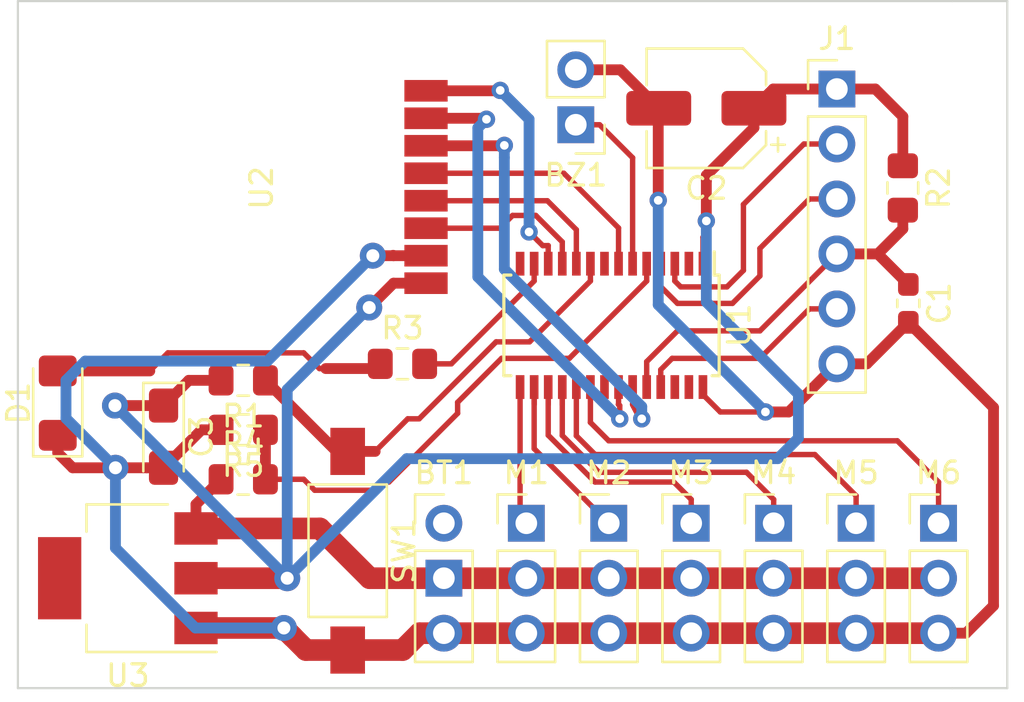
<source format=kicad_pcb>
(kicad_pcb (version 20171130) (host pcbnew 5.0.2-bee76a0~70~ubuntu18.10.1)

  (general
    (thickness 1.6)
    (drawings 6)
    (tracks 237)
    (zones 0)
    (modules 22)
    (nets 25)
  )

  (page A4)
  (layers
    (0 F.Cu signal)
    (31 B.Cu signal)
    (32 B.Adhes user)
    (33 F.Adhes user)
    (34 B.Paste user)
    (35 F.Paste user)
    (36 B.SilkS user)
    (37 F.SilkS user)
    (38 B.Mask user)
    (39 F.Mask user)
    (40 Dwgs.User user)
    (41 Cmts.User user)
    (42 Eco1.User user)
    (43 Eco2.User user)
    (44 Edge.Cuts user)
    (45 Margin user)
    (46 B.CrtYd user)
    (47 F.CrtYd user)
    (48 B.Fab user)
    (49 F.Fab user)
  )

  (setup
    (last_trace_width 0.5)
    (user_trace_width 0.25)
    (user_trace_width 0.5)
    (user_trace_width 0.75)
    (user_trace_width 1)
    (user_trace_width 1.25)
    (user_trace_width 1.5)
    (trace_clearance 0.2)
    (zone_clearance 0.508)
    (zone_45_only no)
    (trace_min 0.2)
    (segment_width 0.2)
    (edge_width 0.1)
    (via_size 0.8)
    (via_drill 0.4)
    (via_min_size 0.4)
    (via_min_drill 0.3)
    (user_via 0.8 0.4)
    (user_via 1 0.5)
    (user_via 1.2 0.6)
    (user_via 1.5 0.75)
    (uvia_size 0.3)
    (uvia_drill 0.1)
    (uvias_allowed no)
    (uvia_min_size 0.2)
    (uvia_min_drill 0.1)
    (pcb_text_width 0.3)
    (pcb_text_size 1.5 1.5)
    (mod_edge_width 0.15)
    (mod_text_size 1 1)
    (mod_text_width 0.15)
    (pad_size 1.5 1.5)
    (pad_drill 0.6)
    (pad_to_mask_clearance 0)
    (solder_mask_min_width 0.25)
    (aux_axis_origin 0 0)
    (visible_elements FFFFFF7F)
    (pcbplotparams
      (layerselection 0x010fc_ffffffff)
      (usegerberextensions false)
      (usegerberattributes false)
      (usegerberadvancedattributes false)
      (creategerberjobfile false)
      (excludeedgelayer true)
      (linewidth 0.100000)
      (plotframeref false)
      (viasonmask false)
      (mode 1)
      (useauxorigin false)
      (hpglpennumber 1)
      (hpglpenspeed 20)
      (hpglpendiameter 15.000000)
      (psnegative false)
      (psa4output false)
      (plotreference true)
      (plotvalue true)
      (plotinvisibletext false)
      (padsonsilk false)
      (subtractmaskfromsilk false)
      (outputformat 1)
      (mirror false)
      (drillshape 1)
      (scaleselection 1)
      (outputdirectory ""))
  )

  (net 0 "")
  (net 1 VDD)
  (net 2 GND)
  (net 3 "Net-(BZ1-Pad1)")
  (net 4 "Net-(C1-Pad1)")
  (net 5 VCC)
  (net 6 "Net-(D1-Pad2)")
  (net 7 "Net-(J1-Pad2)")
  (net 8 "Net-(J1-Pad3)")
  (net 9 "Net-(M2-Pad1)")
  (net 10 "Net-(M3-Pad1)")
  (net 11 "Net-(M4-Pad1)")
  (net 12 "Net-(R1-Pad1)")
  (net 13 "Net-(R3-Pad2)")
  (net 14 "Net-(R4-Pad2)")
  (net 15 "Net-(U1-Pad7)")
  (net 16 "Net-(U1-Pad10)")
  (net 17 "Net-(U1-Pad11)")
  (net 18 "Net-(U1-Pad12)")
  (net 19 "Net-(U1-Pad22)")
  (net 20 "Net-(U1-Pad23)")
  (net 21 "Net-(M1-Pad1)")
  (net 22 "Net-(J1-Pad5)")
  (net 23 "Net-(M5-Pad1)")
  (net 24 "Net-(M6-Pad1)")

  (net_class Default "This is the default net class."
    (clearance 0.2)
    (trace_width 0.25)
    (via_dia 0.8)
    (via_drill 0.4)
    (uvia_dia 0.3)
    (uvia_drill 0.1)
    (add_net GND)
    (add_net "Net-(BZ1-Pad1)")
    (add_net "Net-(C1-Pad1)")
    (add_net "Net-(D1-Pad2)")
    (add_net "Net-(J1-Pad2)")
    (add_net "Net-(J1-Pad3)")
    (add_net "Net-(J1-Pad5)")
    (add_net "Net-(M1-Pad1)")
    (add_net "Net-(M2-Pad1)")
    (add_net "Net-(M3-Pad1)")
    (add_net "Net-(M4-Pad1)")
    (add_net "Net-(M5-Pad1)")
    (add_net "Net-(M6-Pad1)")
    (add_net "Net-(R1-Pad1)")
    (add_net "Net-(R3-Pad2)")
    (add_net "Net-(R4-Pad2)")
    (add_net "Net-(U1-Pad10)")
    (add_net "Net-(U1-Pad11)")
    (add_net "Net-(U1-Pad12)")
    (add_net "Net-(U1-Pad22)")
    (add_net "Net-(U1-Pad23)")
    (add_net "Net-(U1-Pad7)")
    (add_net VCC)
    (add_net VDD)
  )

  (module Connector_PinHeader_2.54mm:PinHeader_1x03_P2.54mm_Vertical (layer F.Cu) (tedit 5C268BD8) (tstamp 5C26910B)
    (at 47.625 93.98)
    (descr "Through hole straight pin header, 1x03, 2.54mm pitch, single row")
    (tags "Through hole pin header THT 1x03 2.54mm single row")
    (path /5C25ACD1)
    (fp_text reference BT1 (at 0 -2.33) (layer F.SilkS)
      (effects (font (size 1 1) (thickness 0.15)))
    )
    (fp_text value "4.5V - 7.2V" (at 0 7.41) (layer F.Fab)
      (effects (font (size 1 1) (thickness 0.15)))
    )
    (fp_line (start -0.635 -1.27) (end 1.27 -1.27) (layer F.Fab) (width 0.1))
    (fp_line (start 1.27 -1.27) (end 1.27 6.35) (layer F.Fab) (width 0.1))
    (fp_line (start 1.27 6.35) (end -1.27 6.35) (layer F.Fab) (width 0.1))
    (fp_line (start -1.27 6.35) (end -1.27 -0.635) (layer F.Fab) (width 0.1))
    (fp_line (start -1.27 -0.635) (end -0.635 -1.27) (layer F.Fab) (width 0.1))
    (fp_line (start -1.33 6.41) (end 1.33 6.41) (layer F.SilkS) (width 0.12))
    (fp_line (start -1.33 1.27) (end -1.33 6.41) (layer F.SilkS) (width 0.12))
    (fp_line (start 1.33 1.27) (end 1.33 6.41) (layer F.SilkS) (width 0.12))
    (fp_line (start -1.33 1.27) (end 1.33 1.27) (layer F.SilkS) (width 0.12))
    (fp_line (start -1.33 0) (end -1.33 -1.33) (layer F.SilkS) (width 0.12))
    (fp_line (start -1.33 -1.33) (end 0 -1.33) (layer F.SilkS) (width 0.12))
    (fp_line (start -1.8 -1.8) (end -1.8 6.85) (layer F.CrtYd) (width 0.05))
    (fp_line (start -1.8 6.85) (end 1.8 6.85) (layer F.CrtYd) (width 0.05))
    (fp_line (start 1.8 6.85) (end 1.8 -1.8) (layer F.CrtYd) (width 0.05))
    (fp_line (start 1.8 -1.8) (end -1.8 -1.8) (layer F.CrtYd) (width 0.05))
    (fp_text user %R (at 0 2.54 90) (layer F.Fab)
      (effects (font (size 1 1) (thickness 0.15)))
    )
    (pad 1 thru_hole rect (at 0 2.54) (size 1.7 1.7) (drill 1) (layers *.Cu *.Mask)
      (net 1 VDD))
    (pad 2 thru_hole oval (at 0 5.08) (size 1.7 1.7) (drill 1) (layers *.Cu *.Mask)
      (net 2 GND))
    (pad 3 thru_hole oval (at 0 0) (size 1.7 1.7) (drill 1) (layers *.Cu *.Mask))
    (model ${KISYS3DMOD}/Connector_PinHeader_2.54mm.3dshapes/PinHeader_1x03_P2.54mm_Vertical.wrl
      (at (xyz 0 0 0))
      (scale (xyz 1 1 1))
      (rotate (xyz 0 0 0))
    )
  )

  (module Capacitor_SMD:C_0603_1608Metric_Pad1.05x0.95mm_HandSolder (layer F.Cu) (tedit 5B301BBE) (tstamp 5C26A3F7)
    (at 69.088 83.82 270)
    (descr "Capacitor SMD 0603 (1608 Metric), square (rectangular) end terminal, IPC_7351 nominal with elongated pad for handsoldering. (Body size source: http://www.tortai-tech.com/upload/download/2011102023233369053.pdf), generated with kicad-footprint-generator")
    (tags "capacitor handsolder")
    (path /5C254594)
    (attr smd)
    (fp_text reference C1 (at 0 -1.43 270) (layer F.SilkS)
      (effects (font (size 1 1) (thickness 0.15)))
    )
    (fp_text value 10n (at 0 1.43 270) (layer F.Fab)
      (effects (font (size 1 1) (thickness 0.15)))
    )
    (fp_line (start -0.8 0.4) (end -0.8 -0.4) (layer F.Fab) (width 0.1))
    (fp_line (start -0.8 -0.4) (end 0.8 -0.4) (layer F.Fab) (width 0.1))
    (fp_line (start 0.8 -0.4) (end 0.8 0.4) (layer F.Fab) (width 0.1))
    (fp_line (start 0.8 0.4) (end -0.8 0.4) (layer F.Fab) (width 0.1))
    (fp_line (start -0.171267 -0.51) (end 0.171267 -0.51) (layer F.SilkS) (width 0.12))
    (fp_line (start -0.171267 0.51) (end 0.171267 0.51) (layer F.SilkS) (width 0.12))
    (fp_line (start -1.65 0.73) (end -1.65 -0.73) (layer F.CrtYd) (width 0.05))
    (fp_line (start -1.65 -0.73) (end 1.65 -0.73) (layer F.CrtYd) (width 0.05))
    (fp_line (start 1.65 -0.73) (end 1.65 0.73) (layer F.CrtYd) (width 0.05))
    (fp_line (start 1.65 0.73) (end -1.65 0.73) (layer F.CrtYd) (width 0.05))
    (fp_text user %R (at 0 0 270) (layer F.Fab)
      (effects (font (size 0.4 0.4) (thickness 0.06)))
    )
    (pad 1 smd roundrect (at -0.875 0 270) (size 1.05 0.95) (layers F.Cu F.Paste F.Mask) (roundrect_rratio 0.25)
      (net 4 "Net-(C1-Pad1)"))
    (pad 2 smd roundrect (at 0.875 0 270) (size 1.05 0.95) (layers F.Cu F.Paste F.Mask) (roundrect_rratio 0.25)
      (net 2 GND))
    (model ${KISYS3DMOD}/Capacitor_SMD.3dshapes/C_0603_1608Metric.wrl
      (at (xyz 0 0 0))
      (scale (xyz 1 1 1))
      (rotate (xyz 0 0 0))
    )
  )

  (module Capacitor_SMD:CP_Elec_5x5.8 (layer F.Cu) (tedit 5BCA39CF) (tstamp 5C269151)
    (at 59.7535 74.803 180)
    (descr "SMD capacitor, aluminum electrolytic, Panasonic, 5.0x5.8mm")
    (tags "capacitor electrolytic")
    (path /5C2A7832)
    (attr smd)
    (fp_text reference C2 (at 0 -3.7 180) (layer F.SilkS)
      (effects (font (size 1 1) (thickness 0.15)))
    )
    (fp_text value 10uF (at 0 3.7 180) (layer F.Fab)
      (effects (font (size 1 1) (thickness 0.15)))
    )
    (fp_circle (center 0 0) (end 2.5 0) (layer F.Fab) (width 0.1))
    (fp_line (start 2.65 -2.65) (end 2.65 2.65) (layer F.Fab) (width 0.1))
    (fp_line (start -1.65 -2.65) (end 2.65 -2.65) (layer F.Fab) (width 0.1))
    (fp_line (start -1.65 2.65) (end 2.65 2.65) (layer F.Fab) (width 0.1))
    (fp_line (start -2.65 -1.65) (end -2.65 1.65) (layer F.Fab) (width 0.1))
    (fp_line (start -2.65 -1.65) (end -1.65 -2.65) (layer F.Fab) (width 0.1))
    (fp_line (start -2.65 1.65) (end -1.65 2.65) (layer F.Fab) (width 0.1))
    (fp_line (start -2.033956 -1.2) (end -1.533956 -1.2) (layer F.Fab) (width 0.1))
    (fp_line (start -1.783956 -1.45) (end -1.783956 -0.95) (layer F.Fab) (width 0.1))
    (fp_line (start 2.76 2.76) (end 2.76 1.06) (layer F.SilkS) (width 0.12))
    (fp_line (start 2.76 -2.76) (end 2.76 -1.06) (layer F.SilkS) (width 0.12))
    (fp_line (start -1.695563 -2.76) (end 2.76 -2.76) (layer F.SilkS) (width 0.12))
    (fp_line (start -1.695563 2.76) (end 2.76 2.76) (layer F.SilkS) (width 0.12))
    (fp_line (start -2.76 1.695563) (end -2.76 1.06) (layer F.SilkS) (width 0.12))
    (fp_line (start -2.76 -1.695563) (end -2.76 -1.06) (layer F.SilkS) (width 0.12))
    (fp_line (start -2.76 -1.695563) (end -1.695563 -2.76) (layer F.SilkS) (width 0.12))
    (fp_line (start -2.76 1.695563) (end -1.695563 2.76) (layer F.SilkS) (width 0.12))
    (fp_line (start -3.625 -1.685) (end -3 -1.685) (layer F.SilkS) (width 0.12))
    (fp_line (start -3.3125 -1.9975) (end -3.3125 -1.3725) (layer F.SilkS) (width 0.12))
    (fp_line (start 2.9 -2.9) (end 2.9 -1.05) (layer F.CrtYd) (width 0.05))
    (fp_line (start 2.9 -1.05) (end 3.95 -1.05) (layer F.CrtYd) (width 0.05))
    (fp_line (start 3.95 -1.05) (end 3.95 1.05) (layer F.CrtYd) (width 0.05))
    (fp_line (start 3.95 1.05) (end 2.9 1.05) (layer F.CrtYd) (width 0.05))
    (fp_line (start 2.9 1.05) (end 2.9 2.9) (layer F.CrtYd) (width 0.05))
    (fp_line (start -1.75 2.9) (end 2.9 2.9) (layer F.CrtYd) (width 0.05))
    (fp_line (start -1.75 -2.9) (end 2.9 -2.9) (layer F.CrtYd) (width 0.05))
    (fp_line (start -2.9 1.75) (end -1.75 2.9) (layer F.CrtYd) (width 0.05))
    (fp_line (start -2.9 -1.75) (end -1.75 -2.9) (layer F.CrtYd) (width 0.05))
    (fp_line (start -2.9 -1.75) (end -2.9 -1.05) (layer F.CrtYd) (width 0.05))
    (fp_line (start -2.9 1.05) (end -2.9 1.75) (layer F.CrtYd) (width 0.05))
    (fp_line (start -2.9 -1.05) (end -3.95 -1.05) (layer F.CrtYd) (width 0.05))
    (fp_line (start -3.95 -1.05) (end -3.95 1.05) (layer F.CrtYd) (width 0.05))
    (fp_line (start -3.95 1.05) (end -2.9 1.05) (layer F.CrtYd) (width 0.05))
    (fp_text user %R (at 0 0 -90) (layer F.Fab)
      (effects (font (size 1 1) (thickness 0.15)))
    )
    (pad 1 smd roundrect (at -2.2 0 180) (size 3 1.6) (layers F.Cu F.Paste F.Mask) (roundrect_rratio 0.15625)
      (net 5 VCC))
    (pad 2 smd roundrect (at 2.2 0 180) (size 3 1.6) (layers F.Cu F.Paste F.Mask) (roundrect_rratio 0.15625)
      (net 2 GND))
    (model ${KISYS3DMOD}/Capacitor_SMD.3dshapes/CP_Elec_5x5.8.wrl
      (at (xyz 0 0 0))
      (scale (xyz 1 1 1))
      (rotate (xyz 0 0 0))
    )
  )

  (module Capacitor_Tantalum_SMD:CP_EIA-3216-18_Kemet-A_Pad1.58x1.35mm_HandSolder (layer F.Cu) (tedit 5B301BBE) (tstamp 5C26A83E)
    (at 34.671 89.9795 270)
    (descr "Tantalum Capacitor SMD Kemet-A (3216-18 Metric), IPC_7351 nominal, (Body size from: http://www.kemet.com/Lists/ProductCatalog/Attachments/253/KEM_TC101_STD.pdf), generated with kicad-footprint-generator")
    (tags "capacitor tantalum")
    (path /5C25ACEB)
    (attr smd)
    (fp_text reference C3 (at 0 -1.75 270) (layer F.SilkS)
      (effects (font (size 1 1) (thickness 0.15)))
    )
    (fp_text value "22uF Tan" (at 0 1.75 270) (layer F.Fab)
      (effects (font (size 1 1) (thickness 0.15)))
    )
    (fp_line (start 1.6 -0.8) (end -1.2 -0.8) (layer F.Fab) (width 0.1))
    (fp_line (start -1.2 -0.8) (end -1.6 -0.4) (layer F.Fab) (width 0.1))
    (fp_line (start -1.6 -0.4) (end -1.6 0.8) (layer F.Fab) (width 0.1))
    (fp_line (start -1.6 0.8) (end 1.6 0.8) (layer F.Fab) (width 0.1))
    (fp_line (start 1.6 0.8) (end 1.6 -0.8) (layer F.Fab) (width 0.1))
    (fp_line (start 1.6 -0.935) (end -2.485 -0.935) (layer F.SilkS) (width 0.12))
    (fp_line (start -2.485 -0.935) (end -2.485 0.935) (layer F.SilkS) (width 0.12))
    (fp_line (start -2.485 0.935) (end 1.6 0.935) (layer F.SilkS) (width 0.12))
    (fp_line (start -2.48 1.05) (end -2.48 -1.05) (layer F.CrtYd) (width 0.05))
    (fp_line (start -2.48 -1.05) (end 2.48 -1.05) (layer F.CrtYd) (width 0.05))
    (fp_line (start 2.48 -1.05) (end 2.48 1.05) (layer F.CrtYd) (width 0.05))
    (fp_line (start 2.48 1.05) (end -2.48 1.05) (layer F.CrtYd) (width 0.05))
    (fp_text user %R (at 0 0 270) (layer F.Fab)
      (effects (font (size 0.8 0.8) (thickness 0.12)))
    )
    (pad 1 smd roundrect (at -1.4375 0 270) (size 1.575 1.35) (layers F.Cu F.Paste F.Mask) (roundrect_rratio 0.185185)
      (net 5 VCC))
    (pad 2 smd roundrect (at 1.4375 0 270) (size 1.575 1.35) (layers F.Cu F.Paste F.Mask) (roundrect_rratio 0.185185)
      (net 2 GND))
    (model ${KISYS3DMOD}/Capacitor_Tantalum_SMD.3dshapes/CP_EIA-3216-18_Kemet-A.wrl
      (at (xyz 0 0 0))
      (scale (xyz 1 1 1))
      (rotate (xyz 0 0 0))
    )
  )

  (module LED_SMD:LED_1206_3216Metric_Pad1.42x1.75mm_HandSolder (layer F.Cu) (tedit 5B4B45C9) (tstamp 5C269DA2)
    (at 29.7815 88.4285 90)
    (descr "LED SMD 1206 (3216 Metric), square (rectangular) end terminal, IPC_7351 nominal, (Body size source: http://www.tortai-tech.com/upload/download/2011102023233369053.pdf), generated with kicad-footprint-generator")
    (tags "LED handsolder")
    (path /5C2D19DC)
    (attr smd)
    (fp_text reference D1 (at 0 -1.82 90) (layer F.SilkS)
      (effects (font (size 1 1) (thickness 0.15)))
    )
    (fp_text value LED (at 0 1.82 90) (layer F.Fab)
      (effects (font (size 1 1) (thickness 0.15)))
    )
    (fp_line (start 1.6 -0.8) (end -1.2 -0.8) (layer F.Fab) (width 0.1))
    (fp_line (start -1.2 -0.8) (end -1.6 -0.4) (layer F.Fab) (width 0.1))
    (fp_line (start -1.6 -0.4) (end -1.6 0.8) (layer F.Fab) (width 0.1))
    (fp_line (start -1.6 0.8) (end 1.6 0.8) (layer F.Fab) (width 0.1))
    (fp_line (start 1.6 0.8) (end 1.6 -0.8) (layer F.Fab) (width 0.1))
    (fp_line (start 1.6 -1.135) (end -2.46 -1.135) (layer F.SilkS) (width 0.12))
    (fp_line (start -2.46 -1.135) (end -2.46 1.135) (layer F.SilkS) (width 0.12))
    (fp_line (start -2.46 1.135) (end 1.6 1.135) (layer F.SilkS) (width 0.12))
    (fp_line (start -2.45 1.12) (end -2.45 -1.12) (layer F.CrtYd) (width 0.05))
    (fp_line (start -2.45 -1.12) (end 2.45 -1.12) (layer F.CrtYd) (width 0.05))
    (fp_line (start 2.45 -1.12) (end 2.45 1.12) (layer F.CrtYd) (width 0.05))
    (fp_line (start 2.45 1.12) (end -2.45 1.12) (layer F.CrtYd) (width 0.05))
    (fp_text user %R (at 0 0 270) (layer F.Fab)
      (effects (font (size 0.8 0.8) (thickness 0.12)))
    )
    (pad 1 smd roundrect (at -1.4875 0 90) (size 1.425 1.75) (layers F.Cu F.Paste F.Mask) (roundrect_rratio 0.175439)
      (net 2 GND))
    (pad 2 smd roundrect (at 1.4875 0 90) (size 1.425 1.75) (layers F.Cu F.Paste F.Mask) (roundrect_rratio 0.175439)
      (net 6 "Net-(D1-Pad2)"))
    (model ${KISYS3DMOD}/LED_SMD.3dshapes/LED_1206_3216Metric.wrl
      (at (xyz 0 0 0))
      (scale (xyz 1 1 1))
      (rotate (xyz 0 0 0))
    )
  )

  (module Connector_PinHeader_2.54mm:PinHeader_1x06_P2.54mm_Vertical (layer F.Cu) (tedit 59FED5CC) (tstamp 5C269BD5)
    (at 65.786 73.914)
    (descr "Through hole straight pin header, 1x06, 2.54mm pitch, single row")
    (tags "Through hole pin header THT 1x06 2.54mm single row")
    (path /5BD41D4E)
    (fp_text reference J1 (at 0 -2.33) (layer F.SilkS)
      (effects (font (size 1 1) (thickness 0.15)))
    )
    (fp_text value PROG (at 0 15.03) (layer F.Fab)
      (effects (font (size 1 1) (thickness 0.15)))
    )
    (fp_line (start -0.635 -1.27) (end 1.27 -1.27) (layer F.Fab) (width 0.1))
    (fp_line (start 1.27 -1.27) (end 1.27 13.97) (layer F.Fab) (width 0.1))
    (fp_line (start 1.27 13.97) (end -1.27 13.97) (layer F.Fab) (width 0.1))
    (fp_line (start -1.27 13.97) (end -1.27 -0.635) (layer F.Fab) (width 0.1))
    (fp_line (start -1.27 -0.635) (end -0.635 -1.27) (layer F.Fab) (width 0.1))
    (fp_line (start -1.33 14.03) (end 1.33 14.03) (layer F.SilkS) (width 0.12))
    (fp_line (start -1.33 1.27) (end -1.33 14.03) (layer F.SilkS) (width 0.12))
    (fp_line (start 1.33 1.27) (end 1.33 14.03) (layer F.SilkS) (width 0.12))
    (fp_line (start -1.33 1.27) (end 1.33 1.27) (layer F.SilkS) (width 0.12))
    (fp_line (start -1.33 0) (end -1.33 -1.33) (layer F.SilkS) (width 0.12))
    (fp_line (start -1.33 -1.33) (end 0 -1.33) (layer F.SilkS) (width 0.12))
    (fp_line (start -1.8 -1.8) (end -1.8 14.5) (layer F.CrtYd) (width 0.05))
    (fp_line (start -1.8 14.5) (end 1.8 14.5) (layer F.CrtYd) (width 0.05))
    (fp_line (start 1.8 14.5) (end 1.8 -1.8) (layer F.CrtYd) (width 0.05))
    (fp_line (start 1.8 -1.8) (end -1.8 -1.8) (layer F.CrtYd) (width 0.05))
    (fp_text user %R (at 0 6.35 90) (layer F.Fab)
      (effects (font (size 1 1) (thickness 0.15)))
    )
    (pad 1 thru_hole rect (at 0 0) (size 1.7 1.7) (drill 1) (layers *.Cu *.Mask)
      (net 5 VCC))
    (pad 2 thru_hole oval (at 0 2.54) (size 1.7 1.7) (drill 1) (layers *.Cu *.Mask)
      (net 7 "Net-(J1-Pad2)"))
    (pad 3 thru_hole oval (at 0 5.08) (size 1.7 1.7) (drill 1) (layers *.Cu *.Mask)
      (net 8 "Net-(J1-Pad3)"))
    (pad 4 thru_hole oval (at 0 7.62) (size 1.7 1.7) (drill 1) (layers *.Cu *.Mask)
      (net 4 "Net-(C1-Pad1)"))
    (pad 5 thru_hole oval (at 0 10.16) (size 1.7 1.7) (drill 1) (layers *.Cu *.Mask)
      (net 22 "Net-(J1-Pad5)"))
    (pad 6 thru_hole oval (at 0 12.7) (size 1.7 1.7) (drill 1) (layers *.Cu *.Mask)
      (net 2 GND))
    (model ${KISYS3DMOD}/Connector_PinHeader_2.54mm.3dshapes/PinHeader_1x06_P2.54mm_Vertical.wrl
      (at (xyz 0 0 0))
      (scale (xyz 1 1 1))
      (rotate (xyz 0 0 0))
    )
  )

  (module Connector_PinHeader_2.54mm:PinHeader_1x03_P2.54mm_Vertical (layer F.Cu) (tedit 59FED5CC) (tstamp 5C2691A8)
    (at 51.435 93.98)
    (descr "Through hole straight pin header, 1x03, 2.54mm pitch, single row")
    (tags "Through hole pin header THT 1x03 2.54mm single row")
    (path /5C275A79)
    (fp_text reference M1 (at 0 -2.33) (layer F.SilkS)
      (effects (font (size 1 1) (thickness 0.15)))
    )
    (fp_text value "Servo Left" (at 0 7.41) (layer F.Fab)
      (effects (font (size 1 1) (thickness 0.15)))
    )
    (fp_line (start -0.635 -1.27) (end 1.27 -1.27) (layer F.Fab) (width 0.1))
    (fp_line (start 1.27 -1.27) (end 1.27 6.35) (layer F.Fab) (width 0.1))
    (fp_line (start 1.27 6.35) (end -1.27 6.35) (layer F.Fab) (width 0.1))
    (fp_line (start -1.27 6.35) (end -1.27 -0.635) (layer F.Fab) (width 0.1))
    (fp_line (start -1.27 -0.635) (end -0.635 -1.27) (layer F.Fab) (width 0.1))
    (fp_line (start -1.33 6.41) (end 1.33 6.41) (layer F.SilkS) (width 0.12))
    (fp_line (start -1.33 1.27) (end -1.33 6.41) (layer F.SilkS) (width 0.12))
    (fp_line (start 1.33 1.27) (end 1.33 6.41) (layer F.SilkS) (width 0.12))
    (fp_line (start -1.33 1.27) (end 1.33 1.27) (layer F.SilkS) (width 0.12))
    (fp_line (start -1.33 0) (end -1.33 -1.33) (layer F.SilkS) (width 0.12))
    (fp_line (start -1.33 -1.33) (end 0 -1.33) (layer F.SilkS) (width 0.12))
    (fp_line (start -1.8 -1.8) (end -1.8 6.85) (layer F.CrtYd) (width 0.05))
    (fp_line (start -1.8 6.85) (end 1.8 6.85) (layer F.CrtYd) (width 0.05))
    (fp_line (start 1.8 6.85) (end 1.8 -1.8) (layer F.CrtYd) (width 0.05))
    (fp_line (start 1.8 -1.8) (end -1.8 -1.8) (layer F.CrtYd) (width 0.05))
    (fp_text user %R (at 0 2.54 90) (layer F.Fab)
      (effects (font (size 1 1) (thickness 0.15)))
    )
    (pad 1 thru_hole rect (at 0 0) (size 1.7 1.7) (drill 1) (layers *.Cu *.Mask)
      (net 21 "Net-(M1-Pad1)"))
    (pad 2 thru_hole oval (at 0 2.54) (size 1.7 1.7) (drill 1) (layers *.Cu *.Mask)
      (net 1 VDD))
    (pad 3 thru_hole oval (at 0 5.08) (size 1.7 1.7) (drill 1) (layers *.Cu *.Mask)
      (net 2 GND))
    (model ${KISYS3DMOD}/Connector_PinHeader_2.54mm.3dshapes/PinHeader_1x03_P2.54mm_Vertical.wrl
      (at (xyz 0 0 0))
      (scale (xyz 1 1 1))
      (rotate (xyz 0 0 0))
    )
  )

  (module Connector_PinHeader_2.54mm:PinHeader_1x03_P2.54mm_Vertical (layer F.Cu) (tedit 59FED5CC) (tstamp 5C2691BF)
    (at 55.245 93.98)
    (descr "Through hole straight pin header, 1x03, 2.54mm pitch, single row")
    (tags "Through hole pin header THT 1x03 2.54mm single row")
    (path /5C25FEEA)
    (fp_text reference M2 (at 0 -2.33) (layer F.SilkS)
      (effects (font (size 1 1) (thickness 0.15)))
    )
    (fp_text value "Servo Right" (at 0 7.41) (layer F.Fab)
      (effects (font (size 1 1) (thickness 0.15)))
    )
    (fp_text user %R (at 0 2.54 90) (layer F.Fab)
      (effects (font (size 1 1) (thickness 0.15)))
    )
    (fp_line (start 1.8 -1.8) (end -1.8 -1.8) (layer F.CrtYd) (width 0.05))
    (fp_line (start 1.8 6.85) (end 1.8 -1.8) (layer F.CrtYd) (width 0.05))
    (fp_line (start -1.8 6.85) (end 1.8 6.85) (layer F.CrtYd) (width 0.05))
    (fp_line (start -1.8 -1.8) (end -1.8 6.85) (layer F.CrtYd) (width 0.05))
    (fp_line (start -1.33 -1.33) (end 0 -1.33) (layer F.SilkS) (width 0.12))
    (fp_line (start -1.33 0) (end -1.33 -1.33) (layer F.SilkS) (width 0.12))
    (fp_line (start -1.33 1.27) (end 1.33 1.27) (layer F.SilkS) (width 0.12))
    (fp_line (start 1.33 1.27) (end 1.33 6.41) (layer F.SilkS) (width 0.12))
    (fp_line (start -1.33 1.27) (end -1.33 6.41) (layer F.SilkS) (width 0.12))
    (fp_line (start -1.33 6.41) (end 1.33 6.41) (layer F.SilkS) (width 0.12))
    (fp_line (start -1.27 -0.635) (end -0.635 -1.27) (layer F.Fab) (width 0.1))
    (fp_line (start -1.27 6.35) (end -1.27 -0.635) (layer F.Fab) (width 0.1))
    (fp_line (start 1.27 6.35) (end -1.27 6.35) (layer F.Fab) (width 0.1))
    (fp_line (start 1.27 -1.27) (end 1.27 6.35) (layer F.Fab) (width 0.1))
    (fp_line (start -0.635 -1.27) (end 1.27 -1.27) (layer F.Fab) (width 0.1))
    (pad 3 thru_hole oval (at 0 5.08) (size 1.7 1.7) (drill 1) (layers *.Cu *.Mask)
      (net 2 GND))
    (pad 2 thru_hole oval (at 0 2.54) (size 1.7 1.7) (drill 1) (layers *.Cu *.Mask)
      (net 1 VDD))
    (pad 1 thru_hole rect (at 0 0) (size 1.7 1.7) (drill 1) (layers *.Cu *.Mask)
      (net 9 "Net-(M2-Pad1)"))
    (model ${KISYS3DMOD}/Connector_PinHeader_2.54mm.3dshapes/PinHeader_1x03_P2.54mm_Vertical.wrl
      (at (xyz 0 0 0))
      (scale (xyz 1 1 1))
      (rotate (xyz 0 0 0))
    )
  )

  (module Connector_PinHeader_2.54mm:PinHeader_1x03_P2.54mm_Vertical (layer F.Cu) (tedit 59FED5CC) (tstamp 5C2691D6)
    (at 59.055 93.98)
    (descr "Through hole straight pin header, 1x03, 2.54mm pitch, single row")
    (tags "Through hole pin header THT 1x03 2.54mm single row")
    (path /5C271CD0)
    (fp_text reference M3 (at 0 -2.33) (layer F.SilkS)
      (effects (font (size 1 1) (thickness 0.15)))
    )
    (fp_text value "Servo Left" (at 0 7.41) (layer F.Fab)
      (effects (font (size 1 1) (thickness 0.15)))
    )
    (fp_line (start -0.635 -1.27) (end 1.27 -1.27) (layer F.Fab) (width 0.1))
    (fp_line (start 1.27 -1.27) (end 1.27 6.35) (layer F.Fab) (width 0.1))
    (fp_line (start 1.27 6.35) (end -1.27 6.35) (layer F.Fab) (width 0.1))
    (fp_line (start -1.27 6.35) (end -1.27 -0.635) (layer F.Fab) (width 0.1))
    (fp_line (start -1.27 -0.635) (end -0.635 -1.27) (layer F.Fab) (width 0.1))
    (fp_line (start -1.33 6.41) (end 1.33 6.41) (layer F.SilkS) (width 0.12))
    (fp_line (start -1.33 1.27) (end -1.33 6.41) (layer F.SilkS) (width 0.12))
    (fp_line (start 1.33 1.27) (end 1.33 6.41) (layer F.SilkS) (width 0.12))
    (fp_line (start -1.33 1.27) (end 1.33 1.27) (layer F.SilkS) (width 0.12))
    (fp_line (start -1.33 0) (end -1.33 -1.33) (layer F.SilkS) (width 0.12))
    (fp_line (start -1.33 -1.33) (end 0 -1.33) (layer F.SilkS) (width 0.12))
    (fp_line (start -1.8 -1.8) (end -1.8 6.85) (layer F.CrtYd) (width 0.05))
    (fp_line (start -1.8 6.85) (end 1.8 6.85) (layer F.CrtYd) (width 0.05))
    (fp_line (start 1.8 6.85) (end 1.8 -1.8) (layer F.CrtYd) (width 0.05))
    (fp_line (start 1.8 -1.8) (end -1.8 -1.8) (layer F.CrtYd) (width 0.05))
    (fp_text user %R (at 0 2.54 90) (layer F.Fab)
      (effects (font (size 1 1) (thickness 0.15)))
    )
    (pad 1 thru_hole rect (at 0 0) (size 1.7 1.7) (drill 1) (layers *.Cu *.Mask)
      (net 10 "Net-(M3-Pad1)"))
    (pad 2 thru_hole oval (at 0 2.54) (size 1.7 1.7) (drill 1) (layers *.Cu *.Mask)
      (net 1 VDD))
    (pad 3 thru_hole oval (at 0 5.08) (size 1.7 1.7) (drill 1) (layers *.Cu *.Mask)
      (net 2 GND))
    (model ${KISYS3DMOD}/Connector_PinHeader_2.54mm.3dshapes/PinHeader_1x03_P2.54mm_Vertical.wrl
      (at (xyz 0 0 0))
      (scale (xyz 1 1 1))
      (rotate (xyz 0 0 0))
    )
  )

  (module Connector_PinHeader_2.54mm:PinHeader_1x03_P2.54mm_Vertical (layer F.Cu) (tedit 59FED5CC) (tstamp 5C2691ED)
    (at 62.865 93.98)
    (descr "Through hole straight pin header, 1x03, 2.54mm pitch, single row")
    (tags "Through hole pin header THT 1x03 2.54mm single row")
    (path /5C271D34)
    (fp_text reference M4 (at 0 -2.33) (layer F.SilkS)
      (effects (font (size 1 1) (thickness 0.15)))
    )
    (fp_text value "Servo Left" (at 0 7.41) (layer F.Fab)
      (effects (font (size 1 1) (thickness 0.15)))
    )
    (fp_text user %R (at 0 2.54 90) (layer F.Fab)
      (effects (font (size 1 1) (thickness 0.15)))
    )
    (fp_line (start 1.8 -1.8) (end -1.8 -1.8) (layer F.CrtYd) (width 0.05))
    (fp_line (start 1.8 6.85) (end 1.8 -1.8) (layer F.CrtYd) (width 0.05))
    (fp_line (start -1.8 6.85) (end 1.8 6.85) (layer F.CrtYd) (width 0.05))
    (fp_line (start -1.8 -1.8) (end -1.8 6.85) (layer F.CrtYd) (width 0.05))
    (fp_line (start -1.33 -1.33) (end 0 -1.33) (layer F.SilkS) (width 0.12))
    (fp_line (start -1.33 0) (end -1.33 -1.33) (layer F.SilkS) (width 0.12))
    (fp_line (start -1.33 1.27) (end 1.33 1.27) (layer F.SilkS) (width 0.12))
    (fp_line (start 1.33 1.27) (end 1.33 6.41) (layer F.SilkS) (width 0.12))
    (fp_line (start -1.33 1.27) (end -1.33 6.41) (layer F.SilkS) (width 0.12))
    (fp_line (start -1.33 6.41) (end 1.33 6.41) (layer F.SilkS) (width 0.12))
    (fp_line (start -1.27 -0.635) (end -0.635 -1.27) (layer F.Fab) (width 0.1))
    (fp_line (start -1.27 6.35) (end -1.27 -0.635) (layer F.Fab) (width 0.1))
    (fp_line (start 1.27 6.35) (end -1.27 6.35) (layer F.Fab) (width 0.1))
    (fp_line (start 1.27 -1.27) (end 1.27 6.35) (layer F.Fab) (width 0.1))
    (fp_line (start -0.635 -1.27) (end 1.27 -1.27) (layer F.Fab) (width 0.1))
    (pad 3 thru_hole oval (at 0 5.08) (size 1.7 1.7) (drill 1) (layers *.Cu *.Mask)
      (net 2 GND))
    (pad 2 thru_hole oval (at 0 2.54) (size 1.7 1.7) (drill 1) (layers *.Cu *.Mask)
      (net 1 VDD))
    (pad 1 thru_hole rect (at 0 0) (size 1.7 1.7) (drill 1) (layers *.Cu *.Mask)
      (net 11 "Net-(M4-Pad1)"))
    (model ${KISYS3DMOD}/Connector_PinHeader_2.54mm.3dshapes/PinHeader_1x03_P2.54mm_Vertical.wrl
      (at (xyz 0 0 0))
      (scale (xyz 1 1 1))
      (rotate (xyz 0 0 0))
    )
  )

  (module Resistor_SMD:R_0805_2012Metric_Pad1.15x1.40mm_HandSolder (layer F.Cu) (tedit 5B36C52B) (tstamp 5C269935)
    (at 38.354 87.376 180)
    (descr "Resistor SMD 0805 (2012 Metric), square (rectangular) end terminal, IPC_7351 nominal with elongated pad for handsoldering. (Body size source: https://docs.google.com/spreadsheets/d/1BsfQQcO9C6DZCsRaXUlFlo91Tg2WpOkGARC1WS5S8t0/edit?usp=sharing), generated with kicad-footprint-generator")
    (tags "resistor handsolder")
    (path /5C2C046C)
    (attr smd)
    (fp_text reference R1 (at 0 -1.65 180) (layer F.SilkS)
      (effects (font (size 1 1) (thickness 0.15)))
    )
    (fp_text value 4k7 (at 0 1.65 180) (layer F.Fab)
      (effects (font (size 1 1) (thickness 0.15)))
    )
    (fp_line (start -1 0.6) (end -1 -0.6) (layer F.Fab) (width 0.1))
    (fp_line (start -1 -0.6) (end 1 -0.6) (layer F.Fab) (width 0.1))
    (fp_line (start 1 -0.6) (end 1 0.6) (layer F.Fab) (width 0.1))
    (fp_line (start 1 0.6) (end -1 0.6) (layer F.Fab) (width 0.1))
    (fp_line (start -0.261252 -0.71) (end 0.261252 -0.71) (layer F.SilkS) (width 0.12))
    (fp_line (start -0.261252 0.71) (end 0.261252 0.71) (layer F.SilkS) (width 0.12))
    (fp_line (start -1.85 0.95) (end -1.85 -0.95) (layer F.CrtYd) (width 0.05))
    (fp_line (start -1.85 -0.95) (end 1.85 -0.95) (layer F.CrtYd) (width 0.05))
    (fp_line (start 1.85 -0.95) (end 1.85 0.95) (layer F.CrtYd) (width 0.05))
    (fp_line (start 1.85 0.95) (end -1.85 0.95) (layer F.CrtYd) (width 0.05))
    (fp_text user %R (at 0 0 180) (layer F.Fab)
      (effects (font (size 0.5 0.5) (thickness 0.08)))
    )
    (pad 1 smd roundrect (at -1.025 0 180) (size 1.15 1.4) (layers F.Cu F.Paste F.Mask) (roundrect_rratio 0.217391)
      (net 12 "Net-(R1-Pad1)"))
    (pad 2 smd roundrect (at 1.025 0 180) (size 1.15 1.4) (layers F.Cu F.Paste F.Mask) (roundrect_rratio 0.217391)
      (net 5 VCC))
    (model ${KISYS3DMOD}/Resistor_SMD.3dshapes/R_0805_2012Metric.wrl
      (at (xyz 0 0 0))
      (scale (xyz 1 1 1))
      (rotate (xyz 0 0 0))
    )
  )

  (module Resistor_SMD:R_0805_2012Metric_Pad1.15x1.40mm_HandSolder (layer F.Cu) (tedit 5B36C52B) (tstamp 5C269D72)
    (at 68.834 78.486 270)
    (descr "Resistor SMD 0805 (2012 Metric), square (rectangular) end terminal, IPC_7351 nominal with elongated pad for handsoldering. (Body size source: https://docs.google.com/spreadsheets/d/1BsfQQcO9C6DZCsRaXUlFlo91Tg2WpOkGARC1WS5S8t0/edit?usp=sharing), generated with kicad-footprint-generator")
    (tags "resistor handsolder")
    (path /5C250A55)
    (attr smd)
    (fp_text reference R2 (at 0 -1.65 270) (layer F.SilkS)
      (effects (font (size 1 1) (thickness 0.15)))
    )
    (fp_text value 47k (at 0 1.65 270) (layer F.Fab)
      (effects (font (size 1 1) (thickness 0.15)))
    )
    (fp_line (start -1 0.6) (end -1 -0.6) (layer F.Fab) (width 0.1))
    (fp_line (start -1 -0.6) (end 1 -0.6) (layer F.Fab) (width 0.1))
    (fp_line (start 1 -0.6) (end 1 0.6) (layer F.Fab) (width 0.1))
    (fp_line (start 1 0.6) (end -1 0.6) (layer F.Fab) (width 0.1))
    (fp_line (start -0.261252 -0.71) (end 0.261252 -0.71) (layer F.SilkS) (width 0.12))
    (fp_line (start -0.261252 0.71) (end 0.261252 0.71) (layer F.SilkS) (width 0.12))
    (fp_line (start -1.85 0.95) (end -1.85 -0.95) (layer F.CrtYd) (width 0.05))
    (fp_line (start -1.85 -0.95) (end 1.85 -0.95) (layer F.CrtYd) (width 0.05))
    (fp_line (start 1.85 -0.95) (end 1.85 0.95) (layer F.CrtYd) (width 0.05))
    (fp_line (start 1.85 0.95) (end -1.85 0.95) (layer F.CrtYd) (width 0.05))
    (fp_text user %R (at 0 0 270) (layer F.Fab)
      (effects (font (size 0.5 0.5) (thickness 0.08)))
    )
    (pad 1 smd roundrect (at -1.025 0 270) (size 1.15 1.4) (layers F.Cu F.Paste F.Mask) (roundrect_rratio 0.217391)
      (net 5 VCC))
    (pad 2 smd roundrect (at 1.025 0 270) (size 1.15 1.4) (layers F.Cu F.Paste F.Mask) (roundrect_rratio 0.217391)
      (net 4 "Net-(C1-Pad1)"))
    (model ${KISYS3DMOD}/Resistor_SMD.3dshapes/R_0805_2012Metric.wrl
      (at (xyz 0 0 0))
      (scale (xyz 1 1 1))
      (rotate (xyz 0 0 0))
    )
  )

  (module Resistor_SMD:R_0805_2012Metric_Pad1.15x1.40mm_HandSolder (layer F.Cu) (tedit 5B36C52B) (tstamp 5C269220)
    (at 45.711 86.614)
    (descr "Resistor SMD 0805 (2012 Metric), square (rectangular) end terminal, IPC_7351 nominal with elongated pad for handsoldering. (Body size source: https://docs.google.com/spreadsheets/d/1BsfQQcO9C6DZCsRaXUlFlo91Tg2WpOkGARC1WS5S8t0/edit?usp=sharing), generated with kicad-footprint-generator")
    (tags "resistor handsolder")
    (path /5C2D1B85)
    (attr smd)
    (fp_text reference R3 (at 0 -1.65) (layer F.SilkS)
      (effects (font (size 1 1) (thickness 0.15)))
    )
    (fp_text value 220 (at 0 1.65) (layer F.Fab)
      (effects (font (size 1 1) (thickness 0.15)))
    )
    (fp_text user %R (at 0 0) (layer F.Fab)
      (effects (font (size 0.5 0.5) (thickness 0.08)))
    )
    (fp_line (start 1.85 0.95) (end -1.85 0.95) (layer F.CrtYd) (width 0.05))
    (fp_line (start 1.85 -0.95) (end 1.85 0.95) (layer F.CrtYd) (width 0.05))
    (fp_line (start -1.85 -0.95) (end 1.85 -0.95) (layer F.CrtYd) (width 0.05))
    (fp_line (start -1.85 0.95) (end -1.85 -0.95) (layer F.CrtYd) (width 0.05))
    (fp_line (start -0.261252 0.71) (end 0.261252 0.71) (layer F.SilkS) (width 0.12))
    (fp_line (start -0.261252 -0.71) (end 0.261252 -0.71) (layer F.SilkS) (width 0.12))
    (fp_line (start 1 0.6) (end -1 0.6) (layer F.Fab) (width 0.1))
    (fp_line (start 1 -0.6) (end 1 0.6) (layer F.Fab) (width 0.1))
    (fp_line (start -1 -0.6) (end 1 -0.6) (layer F.Fab) (width 0.1))
    (fp_line (start -1 0.6) (end -1 -0.6) (layer F.Fab) (width 0.1))
    (pad 2 smd roundrect (at 1.025 0) (size 1.15 1.4) (layers F.Cu F.Paste F.Mask) (roundrect_rratio 0.217391)
      (net 13 "Net-(R3-Pad2)"))
    (pad 1 smd roundrect (at -1.025 0) (size 1.15 1.4) (layers F.Cu F.Paste F.Mask) (roundrect_rratio 0.217391)
      (net 6 "Net-(D1-Pad2)"))
    (model ${KISYS3DMOD}/Resistor_SMD.3dshapes/R_0805_2012Metric.wrl
      (at (xyz 0 0 0))
      (scale (xyz 1 1 1))
      (rotate (xyz 0 0 0))
    )
  )

  (module Resistor_SMD:R_0805_2012Metric_Pad1.15x1.40mm_HandSolder (layer F.Cu) (tedit 5B36C52B) (tstamp 5C269231)
    (at 38.354 91.948)
    (descr "Resistor SMD 0805 (2012 Metric), square (rectangular) end terminal, IPC_7351 nominal with elongated pad for handsoldering. (Body size source: https://docs.google.com/spreadsheets/d/1BsfQQcO9C6DZCsRaXUlFlo91Tg2WpOkGARC1WS5S8t0/edit?usp=sharing), generated with kicad-footprint-generator")
    (tags "resistor handsolder")
    (path /5BCF4A41)
    (attr smd)
    (fp_text reference R4 (at 0 -1.65) (layer F.SilkS)
      (effects (font (size 1 1) (thickness 0.15)))
    )
    (fp_text value 20k (at 0 1.65) (layer F.Fab)
      (effects (font (size 1 1) (thickness 0.15)))
    )
    (fp_line (start -1 0.6) (end -1 -0.6) (layer F.Fab) (width 0.1))
    (fp_line (start -1 -0.6) (end 1 -0.6) (layer F.Fab) (width 0.1))
    (fp_line (start 1 -0.6) (end 1 0.6) (layer F.Fab) (width 0.1))
    (fp_line (start 1 0.6) (end -1 0.6) (layer F.Fab) (width 0.1))
    (fp_line (start -0.261252 -0.71) (end 0.261252 -0.71) (layer F.SilkS) (width 0.12))
    (fp_line (start -0.261252 0.71) (end 0.261252 0.71) (layer F.SilkS) (width 0.12))
    (fp_line (start -1.85 0.95) (end -1.85 -0.95) (layer F.CrtYd) (width 0.05))
    (fp_line (start -1.85 -0.95) (end 1.85 -0.95) (layer F.CrtYd) (width 0.05))
    (fp_line (start 1.85 -0.95) (end 1.85 0.95) (layer F.CrtYd) (width 0.05))
    (fp_line (start 1.85 0.95) (end -1.85 0.95) (layer F.CrtYd) (width 0.05))
    (fp_text user %R (at 0 0) (layer F.Fab)
      (effects (font (size 0.5 0.5) (thickness 0.08)))
    )
    (pad 1 smd roundrect (at -1.025 0) (size 1.15 1.4) (layers F.Cu F.Paste F.Mask) (roundrect_rratio 0.217391)
      (net 1 VDD))
    (pad 2 smd roundrect (at 1.025 0) (size 1.15 1.4) (layers F.Cu F.Paste F.Mask) (roundrect_rratio 0.217391)
      (net 14 "Net-(R4-Pad2)"))
    (model ${KISYS3DMOD}/Resistor_SMD.3dshapes/R_0805_2012Metric.wrl
      (at (xyz 0 0 0))
      (scale (xyz 1 1 1))
      (rotate (xyz 0 0 0))
    )
  )

  (module Resistor_SMD:R_0805_2012Metric_Pad1.15x1.40mm_HandSolder (layer F.Cu) (tedit 5B36C52B) (tstamp 5C26994F)
    (at 38.354 89.662 180)
    (descr "Resistor SMD 0805 (2012 Metric), square (rectangular) end terminal, IPC_7351 nominal with elongated pad for handsoldering. (Body size source: https://docs.google.com/spreadsheets/d/1BsfQQcO9C6DZCsRaXUlFlo91Tg2WpOkGARC1WS5S8t0/edit?usp=sharing), generated with kicad-footprint-generator")
    (tags "resistor handsolder")
    (path /5BCF4AC6)
    (attr smd)
    (fp_text reference R5 (at 0 -1.65 180) (layer F.SilkS)
      (effects (font (size 1 1) (thickness 0.15)))
    )
    (fp_text value 10k (at 0 1.65 180) (layer F.Fab)
      (effects (font (size 1 1) (thickness 0.15)))
    )
    (fp_text user %R (at 0 0 180) (layer F.Fab)
      (effects (font (size 0.5 0.5) (thickness 0.08)))
    )
    (fp_line (start 1.85 0.95) (end -1.85 0.95) (layer F.CrtYd) (width 0.05))
    (fp_line (start 1.85 -0.95) (end 1.85 0.95) (layer F.CrtYd) (width 0.05))
    (fp_line (start -1.85 -0.95) (end 1.85 -0.95) (layer F.CrtYd) (width 0.05))
    (fp_line (start -1.85 0.95) (end -1.85 -0.95) (layer F.CrtYd) (width 0.05))
    (fp_line (start -0.261252 0.71) (end 0.261252 0.71) (layer F.SilkS) (width 0.12))
    (fp_line (start -0.261252 -0.71) (end 0.261252 -0.71) (layer F.SilkS) (width 0.12))
    (fp_line (start 1 0.6) (end -1 0.6) (layer F.Fab) (width 0.1))
    (fp_line (start 1 -0.6) (end 1 0.6) (layer F.Fab) (width 0.1))
    (fp_line (start -1 -0.6) (end 1 -0.6) (layer F.Fab) (width 0.1))
    (fp_line (start -1 0.6) (end -1 -0.6) (layer F.Fab) (width 0.1))
    (pad 2 smd roundrect (at 1.025 0 180) (size 1.15 1.4) (layers F.Cu F.Paste F.Mask) (roundrect_rratio 0.217391)
      (net 2 GND))
    (pad 1 smd roundrect (at -1.025 0 180) (size 1.15 1.4) (layers F.Cu F.Paste F.Mask) (roundrect_rratio 0.217391)
      (net 14 "Net-(R4-Pad2)"))
    (model ${KISYS3DMOD}/Resistor_SMD.3dshapes/R_0805_2012Metric.wrl
      (at (xyz 0 0 0))
      (scale (xyz 1 1 1))
      (rotate (xyz 0 0 0))
    )
  )

  (module Button_Switch_SMD:SW_SPST_FSMSM (layer F.Cu) (tedit 5A02FC95) (tstamp 5C26925D)
    (at 43.18 95.25 270)
    (descr http://www.te.com/commerce/DocumentDelivery/DDEController?Action=srchrtrv&DocNm=1437566-3&DocType=Customer+Drawing&DocLang=English)
    (tags "SPST button tactile switch")
    (path /5C2B770F)
    (attr smd)
    (fp_text reference SW1 (at 0 -2.6 270) (layer F.SilkS)
      (effects (font (size 1 1) (thickness 0.15)))
    )
    (fp_text value Pair (at 0 3 270) (layer F.Fab)
      (effects (font (size 1 1) (thickness 0.15)))
    )
    (fp_text user %R (at 0 -2.6 270) (layer F.Fab)
      (effects (font (size 1 1) (thickness 0.15)))
    )
    (fp_line (start -1.75 -1) (end 1.75 -1) (layer F.Fab) (width 0.1))
    (fp_line (start 1.75 -1) (end 1.75 1) (layer F.Fab) (width 0.1))
    (fp_line (start 1.75 1) (end -1.75 1) (layer F.Fab) (width 0.1))
    (fp_line (start -1.75 1) (end -1.75 -1) (layer F.Fab) (width 0.1))
    (fp_line (start -3.06 -1.81) (end 3.06 -1.81) (layer F.SilkS) (width 0.12))
    (fp_line (start 3.06 -1.81) (end 3.06 1.81) (layer F.SilkS) (width 0.12))
    (fp_line (start 3.06 1.81) (end -3.06 1.81) (layer F.SilkS) (width 0.12))
    (fp_line (start -3.06 1.81) (end -3.06 -1.81) (layer F.SilkS) (width 0.12))
    (fp_line (start -1.5 0.8) (end 1.5 0.8) (layer F.Fab) (width 0.1))
    (fp_line (start -1.5 -0.8) (end 1.5 -0.8) (layer F.Fab) (width 0.1))
    (fp_line (start 1.5 -0.8) (end 1.5 0.8) (layer F.Fab) (width 0.1))
    (fp_line (start -1.5 -0.8) (end -1.5 0.8) (layer F.Fab) (width 0.1))
    (fp_line (start -5.95 2) (end 5.95 2) (layer F.CrtYd) (width 0.05))
    (fp_line (start 5.95 -2) (end 5.95 2) (layer F.CrtYd) (width 0.05))
    (fp_line (start -3 1.75) (end 3 1.75) (layer F.Fab) (width 0.1))
    (fp_line (start -3 -1.75) (end 3 -1.75) (layer F.Fab) (width 0.1))
    (fp_line (start -3 -1.75) (end -3 1.75) (layer F.Fab) (width 0.1))
    (fp_line (start 3 -1.75) (end 3 1.75) (layer F.Fab) (width 0.1))
    (fp_line (start -5.95 -2) (end -5.95 2) (layer F.CrtYd) (width 0.05))
    (fp_line (start -5.95 -2) (end 5.95 -2) (layer F.CrtYd) (width 0.05))
    (pad 1 smd rect (at -4.59 0 270) (size 2.18 1.6) (layers F.Cu F.Paste F.Mask)
      (net 12 "Net-(R1-Pad1)"))
    (pad 2 smd rect (at 4.59 0 270) (size 2.18 1.6) (layers F.Cu F.Paste F.Mask)
      (net 2 GND))
    (model ${KISYS3DMOD}/Button_Switch_SMD.3dshapes/SW_SPST_FSMSM.wrl
      (at (xyz 0 0 0))
      (scale (xyz 1 1 1))
      (rotate (xyz 0 0 0))
    )
  )

  (module Package_SO:TSSOP-28_4.4x9.7mm_P0.65mm (layer F.Cu) (tedit 5A02F25C) (tstamp 5C26928E)
    (at 55.372 84.836 270)
    (descr "TSSOP28: plastic thin shrink small outline package; 28 leads; body width 4.4 mm; (see NXP SSOP-TSSOP-VSO-REFLOW.pdf and sot361-1_po.pdf)")
    (tags "SSOP 0.65")
    (path /5C2689FC)
    (attr smd)
    (fp_text reference U1 (at 0 -5.9 270) (layer F.SilkS)
      (effects (font (size 1 1) (thickness 0.15)))
    )
    (fp_text value MSP430G2553IPW28 (at 0 5.9 270) (layer F.Fab)
      (effects (font (size 1 1) (thickness 0.15)))
    )
    (fp_line (start -1.2 -4.85) (end 2.2 -4.85) (layer F.Fab) (width 0.15))
    (fp_line (start 2.2 -4.85) (end 2.2 4.85) (layer F.Fab) (width 0.15))
    (fp_line (start 2.2 4.85) (end -2.2 4.85) (layer F.Fab) (width 0.15))
    (fp_line (start -2.2 4.85) (end -2.2 -3.85) (layer F.Fab) (width 0.15))
    (fp_line (start -2.2 -3.85) (end -1.2 -4.85) (layer F.Fab) (width 0.15))
    (fp_line (start -3.65 -5.15) (end -3.65 5.15) (layer F.CrtYd) (width 0.05))
    (fp_line (start 3.65 -5.15) (end 3.65 5.15) (layer F.CrtYd) (width 0.05))
    (fp_line (start -3.65 -5.15) (end 3.65 -5.15) (layer F.CrtYd) (width 0.05))
    (fp_line (start -3.65 5.15) (end 3.65 5.15) (layer F.CrtYd) (width 0.05))
    (fp_line (start -2.325 -4.975) (end -2.325 -4.75) (layer F.SilkS) (width 0.15))
    (fp_line (start 2.325 -4.975) (end 2.325 -4.65) (layer F.SilkS) (width 0.15))
    (fp_line (start 2.325 4.975) (end 2.325 4.65) (layer F.SilkS) (width 0.15))
    (fp_line (start -2.325 4.975) (end -2.325 4.65) (layer F.SilkS) (width 0.15))
    (fp_line (start -2.325 -4.975) (end 2.325 -4.975) (layer F.SilkS) (width 0.15))
    (fp_line (start -2.325 4.975) (end 2.325 4.975) (layer F.SilkS) (width 0.15))
    (fp_line (start -2.325 -4.75) (end -3.4 -4.75) (layer F.SilkS) (width 0.15))
    (fp_text user %R (at 0 0 270) (layer F.Fab)
      (effects (font (size 0.8 0.8) (thickness 0.15)))
    )
    (pad 1 smd rect (at -2.85 -4.225 270) (size 1.1 0.4) (layers F.Cu F.Paste F.Mask)
      (net 5 VCC))
    (pad 2 smd rect (at -2.85 -3.575 270) (size 1.1 0.4) (layers F.Cu F.Paste F.Mask))
    (pad 3 smd rect (at -2.85 -2.925 270) (size 1.1 0.4) (layers F.Cu F.Paste F.Mask)
      (net 7 "Net-(J1-Pad2)"))
    (pad 4 smd rect (at -2.85 -2.275 270) (size 1.1 0.4) (layers F.Cu F.Paste F.Mask)
      (net 8 "Net-(J1-Pad3)"))
    (pad 5 smd rect (at -2.85 -1.625 270) (size 1.1 0.4) (layers F.Cu F.Paste F.Mask)
      (net 14 "Net-(R4-Pad2)"))
    (pad 6 smd rect (at -2.85 -0.975 270) (size 1.1 0.4) (layers F.Cu F.Paste F.Mask)
      (net 3 "Net-(BZ1-Pad1)"))
    (pad 7 smd rect (at -2.85 -0.325 270) (size 1.1 0.4) (layers F.Cu F.Paste F.Mask)
      (net 15 "Net-(U1-Pad7)"))
    (pad 8 smd rect (at -2.85 0.325 270) (size 1.1 0.4) (layers F.Cu F.Paste F.Mask))
    (pad 9 smd rect (at -2.85 0.975 270) (size 1.1 0.4) (layers F.Cu F.Paste F.Mask)
      (net 12 "Net-(R1-Pad1)"))
    (pad 10 smd rect (at -2.85 1.625 270) (size 1.1 0.4) (layers F.Cu F.Paste F.Mask)
      (net 16 "Net-(U1-Pad10)"))
    (pad 11 smd rect (at -2.85 2.275 270) (size 1.1 0.4) (layers F.Cu F.Paste F.Mask)
      (net 17 "Net-(U1-Pad11)"))
    (pad 12 smd rect (at -2.85 2.925 270) (size 1.1 0.4) (layers F.Cu F.Paste F.Mask)
      (net 18 "Net-(U1-Pad12)"))
    (pad 13 smd rect (at -2.85 3.575 270) (size 1.1 0.4) (layers F.Cu F.Paste F.Mask)
      (net 13 "Net-(R3-Pad2)"))
    (pad 14 smd rect (at -2.85 4.225 270) (size 1.1 0.4) (layers F.Cu F.Paste F.Mask))
    (pad 15 smd rect (at 2.85 4.225 270) (size 1.1 0.4) (layers F.Cu F.Paste F.Mask)
      (net 21 "Net-(M1-Pad1)"))
    (pad 16 smd rect (at 2.85 3.575 270) (size 1.1 0.4) (layers F.Cu F.Paste F.Mask)
      (net 9 "Net-(M2-Pad1)"))
    (pad 17 smd rect (at 2.85 2.925 270) (size 1.1 0.4) (layers F.Cu F.Paste F.Mask)
      (net 10 "Net-(M3-Pad1)"))
    (pad 18 smd rect (at 2.85 2.275 270) (size 1.1 0.4) (layers F.Cu F.Paste F.Mask)
      (net 11 "Net-(M4-Pad1)"))
    (pad 19 smd rect (at 2.85 1.625 270) (size 1.1 0.4) (layers F.Cu F.Paste F.Mask)
      (net 23 "Net-(M5-Pad1)"))
    (pad 20 smd rect (at 2.85 0.975 270) (size 1.1 0.4) (layers F.Cu F.Paste F.Mask)
      (net 24 "Net-(M6-Pad1)"))
    (pad 21 smd rect (at 2.85 0.325 270) (size 1.1 0.4) (layers F.Cu F.Paste F.Mask))
    (pad 22 smd rect (at 2.85 -0.325 270) (size 1.1 0.4) (layers F.Cu F.Paste F.Mask)
      (net 19 "Net-(U1-Pad22)"))
    (pad 23 smd rect (at 2.85 -0.975 270) (size 1.1 0.4) (layers F.Cu F.Paste F.Mask)
      (net 20 "Net-(U1-Pad23)"))
    (pad 24 smd rect (at 2.85 -1.625 270) (size 1.1 0.4) (layers F.Cu F.Paste F.Mask)
      (net 4 "Net-(C1-Pad1)"))
    (pad 25 smd rect (at 2.85 -2.275 270) (size 1.1 0.4) (layers F.Cu F.Paste F.Mask)
      (net 22 "Net-(J1-Pad5)"))
    (pad 26 smd rect (at 2.85 -2.925 270) (size 1.1 0.4) (layers F.Cu F.Paste F.Mask))
    (pad 27 smd rect (at 2.85 -3.575 270) (size 1.1 0.4) (layers F.Cu F.Paste F.Mask))
    (pad 28 smd rect (at 2.85 -4.225 270) (size 1.1 0.4) (layers F.Cu F.Paste F.Mask)
      (net 2 GND))
    (model ${KISYS3DMOD}/Package_SO.3dshapes/TSSOP-28_4.4x9.7mm_P0.65mm.wrl
      (at (xyz 0 0 0))
      (scale (xyz 1 1 1))
      (rotate (xyz 0 0 0))
    )
  )

  (module mysensors_radios:NRF24L01-SMD (layer F.Cu) (tedit 574A9E44) (tstamp 5C26929F)
    (at 38.1 78.486 90)
    (path /5BCECC43)
    (fp_text reference U2 (at 0 1.1 90) (layer F.SilkS)
      (effects (font (size 1 1) (thickness 0.15)))
    )
    (fp_text value NRF24L01_Breakout (at 0 -4.8 90) (layer F.Fab)
      (effects (font (size 1 1) (thickness 0.15)))
    )
    (fp_line (start -6 -2.8) (end 6 -2.8) (layer F.CrtYd) (width 0.15))
    (fp_line (start -6 8.7) (end -6 -9.3) (layer F.CrtYd) (width 0.15))
    (fp_line (start 6 8.7) (end -6 8.7) (layer F.CrtYd) (width 0.15))
    (fp_line (start 6 -9.3) (end 6 8.7) (layer F.CrtYd) (width 0.15))
    (fp_line (start -6 -9.3) (end 6 -9.3) (layer F.CrtYd) (width 0.15))
    (pad 2 smd rect (at -4.4 8.7 90) (size 1 2) (layers F.Cu F.Paste F.Mask)
      (net 5 VCC))
    (pad 1 smd rect (at -3.13 8.7 90) (size 1 2) (layers F.Cu F.Paste F.Mask)
      (net 2 GND))
    (pad 3 smd rect (at -1.86 8.7 90) (size 1 2) (layers F.Cu F.Paste F.Mask)
      (net 17 "Net-(U1-Pad11)"))
    (pad 4 smd rect (at -0.59 8.7 90) (size 1 2) (layers F.Cu F.Paste F.Mask)
      (net 16 "Net-(U1-Pad10)"))
    (pad 5 smd rect (at 0.68 8.7 90) (size 1 2) (layers F.Cu F.Paste F.Mask)
      (net 15 "Net-(U1-Pad7)"))
    (pad 6 smd rect (at 1.95 8.7 90) (size 1 2) (layers F.Cu F.Paste F.Mask)
      (net 20 "Net-(U1-Pad23)"))
    (pad 7 smd rect (at 3.22 8.7 90) (size 1 2) (layers F.Cu F.Paste F.Mask)
      (net 19 "Net-(U1-Pad22)"))
    (pad 8 smd rect (at 4.49 8.7 90) (size 1 2) (layers F.Cu F.Paste F.Mask)
      (net 18 "Net-(U1-Pad12)"))
    (model ${MYSLOCAL}/mysensors.3dshapes/mysensors_radios.3dshapes/nrf24smd.wrl
      (offset (xyz -146.3674978017807 73.65999889373779 0.7619999885559082))
      (scale (xyz 0.395 0.395 0.395))
      (rotate (xyz 0 0 0))
    )
    (model Housings_DFN_QFN.3dshapes/QFN-20-1EP_5x5mm_Pitch0.65mm.wrl
      (offset (xyz 0.4190999937057495 -2.7685999584198 1.574799976348877))
      (scale (xyz 1 1 1))
      (rotate (xyz 0 0 0))
    )
  )

  (module Package_TO_SOT_SMD:SOT-223 (layer F.Cu) (tedit 5A02FF57) (tstamp 5C26903A)
    (at 33.02 96.52 180)
    (descr "module CMS SOT223 4 pins")
    (tags "CMS SOT")
    (path /5C25ACC4)
    (attr smd)
    (fp_text reference U3 (at 0 -4.5 180) (layer F.SilkS)
      (effects (font (size 1 1) (thickness 0.15)))
    )
    (fp_text value LM1117-3.3 (at 0 4.5 180) (layer F.Fab)
      (effects (font (size 1 1) (thickness 0.15)))
    )
    (fp_text user %R (at 0 0 270) (layer F.Fab)
      (effects (font (size 0.8 0.8) (thickness 0.12)))
    )
    (fp_line (start -1.85 -2.3) (end -0.8 -3.35) (layer F.Fab) (width 0.1))
    (fp_line (start 1.91 3.41) (end 1.91 2.15) (layer F.SilkS) (width 0.12))
    (fp_line (start 1.91 -3.41) (end 1.91 -2.15) (layer F.SilkS) (width 0.12))
    (fp_line (start 4.4 -3.6) (end -4.4 -3.6) (layer F.CrtYd) (width 0.05))
    (fp_line (start 4.4 3.6) (end 4.4 -3.6) (layer F.CrtYd) (width 0.05))
    (fp_line (start -4.4 3.6) (end 4.4 3.6) (layer F.CrtYd) (width 0.05))
    (fp_line (start -4.4 -3.6) (end -4.4 3.6) (layer F.CrtYd) (width 0.05))
    (fp_line (start -1.85 -2.3) (end -1.85 3.35) (layer F.Fab) (width 0.1))
    (fp_line (start -1.85 3.41) (end 1.91 3.41) (layer F.SilkS) (width 0.12))
    (fp_line (start -0.8 -3.35) (end 1.85 -3.35) (layer F.Fab) (width 0.1))
    (fp_line (start -4.1 -3.41) (end 1.91 -3.41) (layer F.SilkS) (width 0.12))
    (fp_line (start -1.85 3.35) (end 1.85 3.35) (layer F.Fab) (width 0.1))
    (fp_line (start 1.85 -3.35) (end 1.85 3.35) (layer F.Fab) (width 0.1))
    (pad 4 smd rect (at 3.15 0 180) (size 2 3.8) (layers F.Cu F.Paste F.Mask))
    (pad 2 smd rect (at -3.15 0 180) (size 2 1.5) (layers F.Cu F.Paste F.Mask)
      (net 5 VCC))
    (pad 3 smd rect (at -3.15 2.3 180) (size 2 1.5) (layers F.Cu F.Paste F.Mask)
      (net 1 VDD))
    (pad 1 smd rect (at -3.15 -2.3 180) (size 2 1.5) (layers F.Cu F.Paste F.Mask)
      (net 2 GND))
    (model ${KISYS3DMOD}/Package_TO_SOT_SMD.3dshapes/SOT-223.wrl
      (at (xyz 0 0 0))
      (scale (xyz 1 1 1))
      (rotate (xyz 0 0 0))
    )
  )

  (module Connector_PinHeader_2.54mm:PinHeader_1x02_P2.54mm_Vertical (layer F.Cu) (tedit 59FED5CC) (tstamp 5C26AC9E)
    (at 53.721 75.565 180)
    (descr "Through hole straight pin header, 1x02, 2.54mm pitch, single row")
    (tags "Through hole pin header THT 1x02 2.54mm single row")
    (path /5C25FEF1)
    (fp_text reference BZ1 (at 0 -2.33 180) (layer F.SilkS)
      (effects (font (size 1 1) (thickness 0.15)))
    )
    (fp_text value Buzzer (at 0 4.87 180) (layer F.Fab)
      (effects (font (size 1 1) (thickness 0.15)))
    )
    (fp_line (start -0.635 -1.27) (end 1.27 -1.27) (layer F.Fab) (width 0.1))
    (fp_line (start 1.27 -1.27) (end 1.27 3.81) (layer F.Fab) (width 0.1))
    (fp_line (start 1.27 3.81) (end -1.27 3.81) (layer F.Fab) (width 0.1))
    (fp_line (start -1.27 3.81) (end -1.27 -0.635) (layer F.Fab) (width 0.1))
    (fp_line (start -1.27 -0.635) (end -0.635 -1.27) (layer F.Fab) (width 0.1))
    (fp_line (start -1.33 3.87) (end 1.33 3.87) (layer F.SilkS) (width 0.12))
    (fp_line (start -1.33 1.27) (end -1.33 3.87) (layer F.SilkS) (width 0.12))
    (fp_line (start 1.33 1.27) (end 1.33 3.87) (layer F.SilkS) (width 0.12))
    (fp_line (start -1.33 1.27) (end 1.33 1.27) (layer F.SilkS) (width 0.12))
    (fp_line (start -1.33 0) (end -1.33 -1.33) (layer F.SilkS) (width 0.12))
    (fp_line (start -1.33 -1.33) (end 0 -1.33) (layer F.SilkS) (width 0.12))
    (fp_line (start -1.8 -1.8) (end -1.8 4.35) (layer F.CrtYd) (width 0.05))
    (fp_line (start -1.8 4.35) (end 1.8 4.35) (layer F.CrtYd) (width 0.05))
    (fp_line (start 1.8 4.35) (end 1.8 -1.8) (layer F.CrtYd) (width 0.05))
    (fp_line (start 1.8 -1.8) (end -1.8 -1.8) (layer F.CrtYd) (width 0.05))
    (fp_text user %R (at 0 1.27 270) (layer F.Fab)
      (effects (font (size 1 1) (thickness 0.15)))
    )
    (pad 1 thru_hole rect (at 0 0 180) (size 1.7 1.7) (drill 1) (layers *.Cu *.Mask)
      (net 3 "Net-(BZ1-Pad1)"))
    (pad 2 thru_hole oval (at 0 2.54 180) (size 1.7 1.7) (drill 1) (layers *.Cu *.Mask)
      (net 2 GND))
    (model ${KISYS3DMOD}/Connector_PinHeader_2.54mm.3dshapes/PinHeader_1x02_P2.54mm_Vertical.wrl
      (at (xyz 0 0 0))
      (scale (xyz 1 1 1))
      (rotate (xyz 0 0 0))
    )
  )

  (module Connector_PinHeader_2.54mm:PinHeader_1x03_P2.54mm_Vertical (layer F.Cu) (tedit 59FED5CC) (tstamp 5C26B0E0)
    (at 66.675 93.98)
    (descr "Through hole straight pin header, 1x03, 2.54mm pitch, single row")
    (tags "Through hole pin header THT 1x03 2.54mm single row")
    (path /5C25FEE3)
    (fp_text reference M5 (at 0 -2.33) (layer F.SilkS)
      (effects (font (size 1 1) (thickness 0.15)))
    )
    (fp_text value "Servo Left" (at 0 7.41) (layer F.Fab)
      (effects (font (size 1 1) (thickness 0.15)))
    )
    (fp_text user %R (at 0 2.54 90) (layer F.Fab)
      (effects (font (size 1 1) (thickness 0.15)))
    )
    (fp_line (start 1.8 -1.8) (end -1.8 -1.8) (layer F.CrtYd) (width 0.05))
    (fp_line (start 1.8 6.85) (end 1.8 -1.8) (layer F.CrtYd) (width 0.05))
    (fp_line (start -1.8 6.85) (end 1.8 6.85) (layer F.CrtYd) (width 0.05))
    (fp_line (start -1.8 -1.8) (end -1.8 6.85) (layer F.CrtYd) (width 0.05))
    (fp_line (start -1.33 -1.33) (end 0 -1.33) (layer F.SilkS) (width 0.12))
    (fp_line (start -1.33 0) (end -1.33 -1.33) (layer F.SilkS) (width 0.12))
    (fp_line (start -1.33 1.27) (end 1.33 1.27) (layer F.SilkS) (width 0.12))
    (fp_line (start 1.33 1.27) (end 1.33 6.41) (layer F.SilkS) (width 0.12))
    (fp_line (start -1.33 1.27) (end -1.33 6.41) (layer F.SilkS) (width 0.12))
    (fp_line (start -1.33 6.41) (end 1.33 6.41) (layer F.SilkS) (width 0.12))
    (fp_line (start -1.27 -0.635) (end -0.635 -1.27) (layer F.Fab) (width 0.1))
    (fp_line (start -1.27 6.35) (end -1.27 -0.635) (layer F.Fab) (width 0.1))
    (fp_line (start 1.27 6.35) (end -1.27 6.35) (layer F.Fab) (width 0.1))
    (fp_line (start 1.27 -1.27) (end 1.27 6.35) (layer F.Fab) (width 0.1))
    (fp_line (start -0.635 -1.27) (end 1.27 -1.27) (layer F.Fab) (width 0.1))
    (pad 3 thru_hole oval (at 0 5.08) (size 1.7 1.7) (drill 1) (layers *.Cu *.Mask)
      (net 2 GND))
    (pad 2 thru_hole oval (at 0 2.54) (size 1.7 1.7) (drill 1) (layers *.Cu *.Mask)
      (net 1 VDD))
    (pad 1 thru_hole rect (at 0 0) (size 1.7 1.7) (drill 1) (layers *.Cu *.Mask)
      (net 23 "Net-(M5-Pad1)"))
    (model ${KISYS3DMOD}/Connector_PinHeader_2.54mm.3dshapes/PinHeader_1x03_P2.54mm_Vertical.wrl
      (at (xyz 0 0 0))
      (scale (xyz 1 1 1))
      (rotate (xyz 0 0 0))
    )
  )

  (module Connector_PinHeader_2.54mm:PinHeader_1x03_P2.54mm_Vertical (layer F.Cu) (tedit 59FED5CC) (tstamp 5C26B0F7)
    (at 70.485 93.98)
    (descr "Through hole straight pin header, 1x03, 2.54mm pitch, single row")
    (tags "Through hole pin header THT 1x03 2.54mm single row")
    (path /5C275AC1)
    (fp_text reference M6 (at 0 -2.33) (layer F.SilkS)
      (effects (font (size 1 1) (thickness 0.15)))
    )
    (fp_text value "Servo Left" (at 0 7.41) (layer F.Fab)
      (effects (font (size 1 1) (thickness 0.15)))
    )
    (fp_line (start -0.635 -1.27) (end 1.27 -1.27) (layer F.Fab) (width 0.1))
    (fp_line (start 1.27 -1.27) (end 1.27 6.35) (layer F.Fab) (width 0.1))
    (fp_line (start 1.27 6.35) (end -1.27 6.35) (layer F.Fab) (width 0.1))
    (fp_line (start -1.27 6.35) (end -1.27 -0.635) (layer F.Fab) (width 0.1))
    (fp_line (start -1.27 -0.635) (end -0.635 -1.27) (layer F.Fab) (width 0.1))
    (fp_line (start -1.33 6.41) (end 1.33 6.41) (layer F.SilkS) (width 0.12))
    (fp_line (start -1.33 1.27) (end -1.33 6.41) (layer F.SilkS) (width 0.12))
    (fp_line (start 1.33 1.27) (end 1.33 6.41) (layer F.SilkS) (width 0.12))
    (fp_line (start -1.33 1.27) (end 1.33 1.27) (layer F.SilkS) (width 0.12))
    (fp_line (start -1.33 0) (end -1.33 -1.33) (layer F.SilkS) (width 0.12))
    (fp_line (start -1.33 -1.33) (end 0 -1.33) (layer F.SilkS) (width 0.12))
    (fp_line (start -1.8 -1.8) (end -1.8 6.85) (layer F.CrtYd) (width 0.05))
    (fp_line (start -1.8 6.85) (end 1.8 6.85) (layer F.CrtYd) (width 0.05))
    (fp_line (start 1.8 6.85) (end 1.8 -1.8) (layer F.CrtYd) (width 0.05))
    (fp_line (start 1.8 -1.8) (end -1.8 -1.8) (layer F.CrtYd) (width 0.05))
    (fp_text user %R (at 0 2.54 90) (layer F.Fab)
      (effects (font (size 1 1) (thickness 0.15)))
    )
    (pad 1 thru_hole rect (at 0 0) (size 1.7 1.7) (drill 1) (layers *.Cu *.Mask)
      (net 24 "Net-(M6-Pad1)"))
    (pad 2 thru_hole oval (at 0 2.54) (size 1.7 1.7) (drill 1) (layers *.Cu *.Mask)
      (net 1 VDD))
    (pad 3 thru_hole oval (at 0 5.08) (size 1.7 1.7) (drill 1) (layers *.Cu *.Mask)
      (net 2 GND))
    (model ${KISYS3DMOD}/Connector_PinHeader_2.54mm.3dshapes/PinHeader_1x03_P2.54mm_Vertical.wrl
      (at (xyz 0 0 0))
      (scale (xyz 1 1 1))
      (rotate (xyz 0 0 0))
    )
  )

  (gr_line (start 73.66 69.85) (end 71.12 69.85) (layer Edge.Cuts) (width 0.1))
  (gr_line (start 71.12 101.6) (end 73.66 101.6) (layer Edge.Cuts) (width 0.1))
  (gr_line (start 27.94 101.6) (end 27.94 69.85) (layer Edge.Cuts) (width 0.1))
  (gr_line (start 71.12 101.6) (end 27.94 101.6) (layer Edge.Cuts) (width 0.1))
  (gr_line (start 73.66 69.85) (end 73.66 101.6) (layer Edge.Cuts) (width 0.1))
  (gr_line (start 27.94 69.85) (end 71.12 69.85) (layer Edge.Cuts) (width 0.1))

  (segment (start 67.31 96.52) (end 63.5 96.52) (width 1) (layer F.Cu) (net 1) (status 30))
  (segment (start 63.5 96.52) (end 59.69 96.52) (width 1) (layer F.Cu) (net 1) (status 30))
  (segment (start 59.69 96.52) (end 55.88 96.52) (width 1) (layer F.Cu) (net 1) (status 30))
  (segment (start 55.88 96.52) (end 52.07 96.52) (width 1) (layer F.Cu) (net 1) (status 30))
  (segment (start 36.17 93.107) (end 37.329 91.948) (width 0.5) (layer F.Cu) (net 1) (status 20))
  (segment (start 36.17 94.22) (end 36.17 93.107) (width 0.5) (layer F.Cu) (net 1) (status 10))
  (segment (start 52.07 96.52) (end 44.196 96.52) (width 1) (layer F.Cu) (net 1))
  (segment (start 41.896 94.22) (end 36.17 94.22) (width 1) (layer F.Cu) (net 1))
  (segment (start 44.196 96.52) (end 41.896 94.22) (width 1) (layer F.Cu) (net 1))
  (segment (start 66.675 96.52) (end 70.36999 96.52) (width 1) (layer F.Cu) (net 1))
  (segment (start 54.397 87.686) (end 54.397 89.322) (width 0.25) (layer F.Cu) (net 24))
  (segment (start 54.397 89.322) (end 55.245 90.17) (width 0.25) (layer F.Cu) (net 24))
  (segment (start 55.245 90.17) (end 68.58 90.17) (width 0.25) (layer F.Cu) (net 24))
  (segment (start 70.485 92.075) (end 70.485 93.98) (width 0.25) (layer F.Cu) (net 24))
  (segment (start 68.58 90.17) (end 70.485 92.075) (width 0.25) (layer F.Cu) (net 24))
  (via (at 57.531 79.0575) (size 0.8) (drill 0.4) (layers F.Cu B.Cu) (net 2))
  (via (at 62.484 88.8365) (size 0.8) (drill 0.4) (layers F.Cu B.Cu) (net 2))
  (segment (start 62.484 88.8365) (end 62.863492 88.8365) (width 0.5) (layer F.Cu) (net 2))
  (segment (start 67.31 99.06) (end 63.5 99.06) (width 1) (layer F.Cu) (net 2) (status 30))
  (segment (start 63.5 99.06) (end 59.69 99.06) (width 1) (layer F.Cu) (net 2) (status 30))
  (segment (start 59.69 99.06) (end 55.88 99.06) (width 1) (layer F.Cu) (net 2) (status 30))
  (segment (start 55.88 99.06) (end 52.07 99.06) (width 1) (layer F.Cu) (net 2) (status 30))
  (segment (start 46.5 99.06) (end 45.72 99.84) (width 1) (layer F.Cu) (net 2) (status 30))
  (segment (start 52.07 99.06) (end 46.5 99.06) (width 1) (layer F.Cu) (net 2) (status 30))
  (segment (start 41.2525 99.84) (end 40.2325 98.82) (width 1) (layer F.Cu) (net 2) (status 30))
  (segment (start 45.72 99.84) (end 41.2525 99.84) (width 1) (layer F.Cu) (net 2) (status 30))
  (segment (start 40.2325 98.82) (end 40.64 99.2275) (width 1) (layer F.Cu) (net 2) (status 30))
  (segment (start 36.17 98.82) (end 40.2325 98.82) (width 1) (layer F.Cu) (net 2) (status 30))
  (segment (start 64.714 87.686) (end 65.786 86.614) (width 0.25) (layer F.Cu) (net 2) (status 20))
  (segment (start 67.169 86.614) (end 69.088 84.695) (width 0.5) (layer F.Cu) (net 2))
  (segment (start 65.786 86.614) (end 67.169 86.614) (width 0.5) (layer F.Cu) (net 2))
  (segment (start 63.5635 88.8365) (end 65.786 86.614) (width 0.5) (layer F.Cu) (net 2))
  (segment (start 62.484 88.8365) (end 63.5635 88.8365) (width 0.5) (layer F.Cu) (net 2))
  (segment (start 59.597 88.036) (end 59.597 87.686) (width 0.25) (layer F.Cu) (net 2))
  (segment (start 60.3975 88.8365) (end 59.597 88.036) (width 0.25) (layer F.Cu) (net 2))
  (segment (start 62.484 88.8365) (end 60.3975 88.8365) (width 0.25) (layer F.Cu) (net 2))
  (segment (start 36.426 89.662) (end 34.671 91.417) (width 0.5) (layer F.Cu) (net 2))
  (segment (start 37.329 89.662) (end 36.426 89.662) (width 0.5) (layer F.Cu) (net 2))
  (segment (start 33.896 91.417) (end 34.671 91.417) (width 0.5) (layer F.Cu) (net 2))
  (segment (start 30.47 91.417) (end 32.4485 91.417) (width 0.5) (layer F.Cu) (net 2))
  (segment (start 29.7815 90.7285) (end 30.47 91.417) (width 0.5) (layer F.Cu) (net 2))
  (segment (start 29.7815 89.916) (end 29.7815 90.7285) (width 0.5) (layer F.Cu) (net 2))
  (segment (start 32.4485 91.417) (end 33.896 91.417) (width 0.5) (layer F.Cu) (net 2) (tstamp 5C26A8E2))
  (via (at 32.4485 91.417) (size 1.2) (drill 0.6) (layers F.Cu B.Cu) (net 2))
  (segment (start 40.2325 98.82) (end 40.64 99.2275) (width 1) (layer F.Cu) (net 2) (tstamp 5C26A954) (status 30))
  (via (at 40.2325 98.82) (size 1.2) (drill 0.6) (layers F.Cu B.Cu) (net 2))
  (segment (start 40.2325 98.82) (end 36.1455 98.82) (width 0.5) (layer B.Cu) (net 2))
  (segment (start 36.1455 98.82) (end 32.4485 95.123) (width 0.5) (layer B.Cu) (net 2))
  (segment (start 32.4485 95.123) (end 32.4485 91.417) (width 0.5) (layer B.Cu) (net 2))
  (segment (start 45.3 81.616) (end 45.2815 81.5975) (width 0.5) (layer F.Cu) (net 2))
  (segment (start 46.8 81.616) (end 45.3 81.616) (width 0.5) (layer F.Cu) (net 2))
  (segment (start 45.3 81.616) (end 44.3415 81.616) (width 0.5) (layer F.Cu) (net 2))
  (segment (start 44.3415 81.616) (end 44.3415 81.616) (width 0.5) (layer F.Cu) (net 2) (tstamp 5C26A9A0))
  (via (at 44.3415 81.616) (size 1.2) (drill 0.6) (layers F.Cu B.Cu) (net 2))
  (segment (start 32.4485 91.417) (end 30.1625 89.131) (width 0.5) (layer B.Cu) (net 2))
  (segment (start 30.1625 89.131) (end 30.1625 87.376) (width 0.5) (layer B.Cu) (net 2))
  (segment (start 30.1625 87.376) (end 31.0515 86.487) (width 0.5) (layer B.Cu) (net 2))
  (segment (start 39.4705 86.487) (end 44.3415 81.616) (width 0.5) (layer B.Cu) (net 2))
  (segment (start 31.0515 86.487) (end 39.4705 86.487) (width 0.5) (layer B.Cu) (net 2))
  (segment (start 57.531 74.8255) (end 57.5535 74.803) (width 0.5) (layer F.Cu) (net 2))
  (segment (start 57.531 79.0575) (end 57.531 74.8255) (width 0.5) (layer F.Cu) (net 2))
  (segment (start 57.531 83.8835) (end 59.182 85.5345) (width 0.5) (layer B.Cu) (net 2))
  (segment (start 57.531 79.0575) (end 57.531 83.8835) (width 0.5) (layer B.Cu) (net 2))
  (segment (start 59.182 85.5345) (end 62.484 88.8365) (width 0.5) (layer B.Cu) (net 2))
  (segment (start 55.7755 73.025) (end 57.5535 74.803) (width 0.5) (layer F.Cu) (net 2))
  (segment (start 53.721 73.025) (end 55.7755 73.025) (width 0.5) (layer F.Cu) (net 2))
  (segment (start 66.675 99.06) (end 70.36999 99.06) (width 1) (layer F.Cu) (net 2))
  (segment (start 70.485 99.06) (end 70.61999 99.06) (width 0.5) (layer F.Cu) (net 2))
  (segment (start 73.025 97.79) (end 73.025 88.632) (width 0.5) (layer F.Cu) (net 2))
  (segment (start 70.485 99.06) (end 71.755 99.06) (width 0.5) (layer F.Cu) (net 2))
  (segment (start 73.025 88.632) (end 69.088 84.695) (width 0.5) (layer F.Cu) (net 2))
  (segment (start 71.755 99.06) (end 73.025 97.79) (width 0.5) (layer F.Cu) (net 2))
  (segment (start 54.821 75.565) (end 53.721 75.565) (width 0.25) (layer F.Cu) (net 3))
  (segment (start 56.347 77.091) (end 54.821 75.565) (width 0.25) (layer F.Cu) (net 3))
  (segment (start 56.347 81.986) (end 56.347 77.091) (width 0.25) (layer F.Cu) (net 3))
  (segment (start 56.997 87.686) (end 56.997 86.513) (width 0.25) (layer F.Cu) (net 4) (status 10))
  (segment (start 56.997 86.513) (end 58.42 85.09) (width 0.25) (layer F.Cu) (net 4))
  (segment (start 62.23 85.09) (end 65.786 81.534) (width 0.25) (layer F.Cu) (net 4) (status 20))
  (segment (start 58.42 85.09) (end 62.23 85.09) (width 0.25) (layer F.Cu) (net 4))
  (segment (start 67.677 81.534) (end 69.088 82.945) (width 0.5) (layer F.Cu) (net 4))
  (segment (start 65.786 81.534) (end 67.677 81.534) (width 0.5) (layer F.Cu) (net 4))
  (segment (start 68.834 80.377) (end 67.677 81.534) (width 0.5) (layer F.Cu) (net 4))
  (segment (start 68.834 79.511) (end 68.834 80.377) (width 0.5) (layer F.Cu) (net 4))
  (via (at 59.7535 80.01) (size 0.8) (drill 0.4) (layers F.Cu B.Cu) (net 5))
  (segment (start 59.7535 80.01) (end 59.7535 80.314491) (width 0.25) (layer F.Cu) (net 5))
  (segment (start 68.834 77.461) (end 68.834 75.184) (width 0.5) (layer F.Cu) (net 5) (status 10))
  (segment (start 67.564 73.914) (end 65.786 73.914) (width 0.5) (layer F.Cu) (net 5) (status 20))
  (segment (start 68.834 75.184) (end 67.564 73.914) (width 0.5) (layer F.Cu) (net 5))
  (segment (start 59.597 80.764501) (end 59.597 81.986) (width 0.25) (layer F.Cu) (net 5))
  (segment (start 59.7535 80.608001) (end 59.7535 80.01) (width 0.25) (layer F.Cu) (net 5))
  (segment (start 59.597 80.764501) (end 59.7535 80.608001) (width 0.25) (layer F.Cu) (net 5))
  (segment (start 40.386 96.52) (end 40.4725 96.52) (width 1) (layer F.Cu) (net 5) (tstamp 5C26A7B5) (status 30))
  (segment (start 40.386 96.52) (end 40.386 96.52) (width 1) (layer F.Cu) (net 5) (tstamp 5C26A7B9) (status 30))
  (via (at 40.386 96.52) (size 1.2) (drill 0.6) (layers F.Cu B.Cu) (net 5))
  (segment (start 36.17 96.52) (end 40.386 96.52) (width 1) (layer F.Cu) (net 5))
  (segment (start 35.837 87.376) (end 34.671 88.542) (width 0.5) (layer F.Cu) (net 5))
  (segment (start 37.329 87.376) (end 35.837 87.376) (width 0.5) (layer F.Cu) (net 5))
  (segment (start 34.671 88.542) (end 32.4255 88.542) (width 0.5) (layer F.Cu) (net 5))
  (segment (start 32.4255 88.542) (end 32.4255 88.542) (width 0.5) (layer F.Cu) (net 5) (tstamp 5C26A952))
  (via (at 32.4255 88.542) (size 1.2) (drill 0.6) (layers F.Cu B.Cu) (net 5))
  (segment (start 45.3 82.886) (end 44.1755 84.0105) (width 0.5) (layer F.Cu) (net 5))
  (segment (start 46.8 82.886) (end 45.3 82.886) (width 0.5) (layer F.Cu) (net 5))
  (segment (start 44.1755 84.0105) (end 44.1755 84.0105) (width 0.5) (layer F.Cu) (net 5) (tstamp 5C26A98C))
  (via (at 44.1755 84.0105) (size 1.2) (drill 0.6) (layers F.Cu B.Cu) (net 5))
  (segment (start 40.386 96.5025) (end 40.386 96.52) (width 0.5) (layer B.Cu) (net 5))
  (segment (start 32.4255 88.542) (end 40.386 96.5025) (width 0.5) (layer B.Cu) (net 5))
  (segment (start 40.386 87.8) (end 44.1755 84.0105) (width 0.5) (layer B.Cu) (net 5))
  (segment (start 40.386 96.52) (end 40.386 87.8) (width 0.5) (layer B.Cu) (net 5))
  (segment (start 45.9105 90.9955) (end 40.386 96.52) (width 0.5) (layer B.Cu) (net 5))
  (segment (start 63.0555 90.9955) (end 45.9105 90.9955) (width 0.5) (layer B.Cu) (net 5))
  (segment (start 64.008 90.043) (end 63.0555 90.9955) (width 0.5) (layer B.Cu) (net 5))
  (segment (start 64.008 88.011) (end 64.008 90.043) (width 0.5) (layer B.Cu) (net 5))
  (segment (start 59.7535 80.01) (end 59.7535 83.7565) (width 0.5) (layer B.Cu) (net 5))
  (segment (start 59.7535 83.7565) (end 64.008 88.011) (width 0.5) (layer B.Cu) (net 5))
  (segment (start 59.7535 77.903) (end 59.7535 78.1685) (width 0.5) (layer F.Cu) (net 5))
  (segment (start 61.9535 74.803) (end 61.9535 75.703) (width 0.5) (layer F.Cu) (net 5))
  (segment (start 59.7535 80.01) (end 59.7535 78.1685) (width 0.5) (layer F.Cu) (net 5))
  (segment (start 61.9535 75.703) (end 59.7535 77.903) (width 0.5) (layer F.Cu) (net 5))
  (segment (start 62.8425 73.914) (end 61.9535 74.803) (width 0.5) (layer F.Cu) (net 5))
  (segment (start 65.786 73.914) (end 62.8425 73.914) (width 0.5) (layer F.Cu) (net 5))
  (segment (start 44.4685 86.8315) (end 44.686 86.614) (width 0.5) (layer F.Cu) (net 6) (status 30))
  (segment (start 42.164 86.8315) (end 44.4685 86.8315) (width 0.5) (layer F.Cu) (net 6) (status 20))
  (segment (start 42.164 86.8315) (end 41.8735 86.8315) (width 0.25) (layer F.Cu) (net 6))
  (segment (start 41.8735 86.8315) (end 41.148 86.106) (width 0.25) (layer F.Cu) (net 6))
  (segment (start 34.871 86.106) (end 34.036 86.941) (width 0.25) (layer F.Cu) (net 6) (status 20))
  (segment (start 41.148 86.106) (end 34.871 86.106) (width 0.25) (layer F.Cu) (net 6))
  (segment (start 30.7565 86.941) (end 34.036 86.941) (width 0.5) (layer F.Cu) (net 6))
  (segment (start 29.7815 86.941) (end 30.7565 86.941) (width 0.5) (layer F.Cu) (net 6))
  (segment (start 64.262 76.454) (end 65.786 76.454) (width 0.25) (layer F.Cu) (net 7))
  (segment (start 58.297 82.786) (end 58.569 83.058) (width 0.25) (layer F.Cu) (net 7))
  (segment (start 60.706 83.058) (end 61.468 82.296) (width 0.25) (layer F.Cu) (net 7))
  (segment (start 58.297 81.986) (end 58.297 82.786) (width 0.25) (layer F.Cu) (net 7))
  (segment (start 58.569 83.058) (end 60.706 83.058) (width 0.25) (layer F.Cu) (net 7))
  (segment (start 61.468 79.248) (end 64.262 76.454) (width 0.25) (layer F.Cu) (net 7))
  (segment (start 61.468 82.296) (end 61.468 79.248) (width 0.25) (layer F.Cu) (net 7))
  (segment (start 57.647 81.986) (end 57.647 83.047) (width 0.25) (layer F.Cu) (net 8))
  (segment (start 57.647 83.047) (end 58.42 83.82) (width 0.25) (layer F.Cu) (net 8))
  (segment (start 58.42 83.82) (end 60.96 83.82) (width 0.25) (layer F.Cu) (net 8))
  (segment (start 60.96 83.82) (end 62.23 82.55) (width 0.25) (layer F.Cu) (net 8))
  (segment (start 62.23 82.55) (end 62.23 81.28) (width 0.25) (layer F.Cu) (net 8))
  (segment (start 64.516 78.994) (end 65.786 78.994) (width 0.25) (layer F.Cu) (net 8))
  (segment (start 62.23 81.28) (end 64.516 78.994) (width 0.25) (layer F.Cu) (net 8))
  (segment (start 51.797 87.686) (end 51.797 88.486) (width 0.25) (layer F.Cu) (net 9) (status 10))
  (segment (start 51.797 87.686) (end 51.797 90.532) (width 0.25) (layer F.Cu) (net 9))
  (segment (start 51.797 90.532) (end 55.245 93.98) (width 0.25) (layer F.Cu) (net 9))
  (segment (start 52.447 87.686) (end 52.447 88.486) (width 0.25) (layer F.Cu) (net 10) (status 10))
  (segment (start 59.055 92.88) (end 59.055 93.98) (width 0.25) (layer F.Cu) (net 10))
  (segment (start 58.25 92.075) (end 59.055 92.88) (width 0.25) (layer F.Cu) (net 10))
  (segment (start 54.61 92.075) (end 58.25 92.075) (width 0.25) (layer F.Cu) (net 10))
  (segment (start 52.447 89.912) (end 54.61 92.075) (width 0.25) (layer F.Cu) (net 10))
  (segment (start 52.447 87.686) (end 52.447 89.912) (width 0.25) (layer F.Cu) (net 10))
  (segment (start 53.097 88.265) (end 53.097 88.486) (width 0.25) (layer F.Cu) (net 11))
  (segment (start 53.097 87.686) (end 53.097 88.265) (width 0.25) (layer F.Cu) (net 11))
  (segment (start 62.865 92.88) (end 62.865 93.98) (width 0.25) (layer F.Cu) (net 11))
  (segment (start 61.60999 91.62499) (end 62.865 92.88) (width 0.25) (layer F.Cu) (net 11))
  (segment (start 54.7964 91.62499) (end 61.60999 91.62499) (width 0.25) (layer F.Cu) (net 11))
  (segment (start 53.097 89.92559) (end 54.7964 91.62499) (width 0.25) (layer F.Cu) (net 11))
  (segment (start 53.097 88.265) (end 53.097 89.92559) (width 0.25) (layer F.Cu) (net 11))
  (segment (start 39.379 87.376) (end 42.663 90.66) (width 0.5) (layer F.Cu) (net 12) (status 10))
  (segment (start 54.397 81.986) (end 54.397 82.786) (width 0.25) (layer F.Cu) (net 12) (status 10))
  (segment (start 50.038 85.598) (end 46.482 89.154) (width 0.25) (layer F.Cu) (net 12))
  (segment (start 54.397 82.786) (end 51.585 85.598) (width 0.25) (layer F.Cu) (net 12))
  (segment (start 51.585 85.598) (end 50.038 85.598) (width 0.25) (layer F.Cu) (net 12))
  (segment (start 45.956 89.154) (end 44.45 90.66) (width 0.25) (layer F.Cu) (net 12))
  (segment (start 46.482 89.154) (end 45.956 89.154) (width 0.25) (layer F.Cu) (net 12))
  (segment (start 42.663 90.66) (end 44.45 90.66) (width 0.5) (layer F.Cu) (net 12))
  (segment (start 51.797 82.786) (end 51.797 81.986) (width 0.25) (layer F.Cu) (net 13) (status 20))
  (segment (start 46.736 86.614) (end 47.969 86.614) (width 0.25) (layer F.Cu) (net 13) (status 10))
  (segment (start 47.969 86.614) (end 51.797 82.786) (width 0.25) (layer F.Cu) (net 13))
  (segment (start 39.379 91.948) (end 39.379 89.662) (width 0.5) (layer F.Cu) (net 14) (status 30))
  (segment (start 56.997 82.786) (end 53.423 86.36) (width 0.25) (layer F.Cu) (net 14))
  (segment (start 41.148 91.948) (end 39.379 91.948) (width 0.25) (layer F.Cu) (net 14))
  (segment (start 56.997 81.986) (end 56.997 82.786) (width 0.25) (layer F.Cu) (net 14))
  (segment (start 53.423 86.36) (end 50.292 86.36) (width 0.25) (layer F.Cu) (net 14))
  (segment (start 41.656 92.456) (end 41.148 91.948) (width 0.25) (layer F.Cu) (net 14))
  (segment (start 50.292 86.36) (end 48.26 88.392) (width 0.25) (layer F.Cu) (net 14))
  (segment (start 44.831 92.075) (end 44.45 92.456) (width 0.25) (layer F.Cu) (net 14))
  (segment (start 44.45 92.456) (end 41.656 92.456) (width 0.25) (layer F.Cu) (net 14))
  (segment (start 45.085 92.075) (end 48.26 88.9) (width 0.25) (layer F.Cu) (net 14))
  (segment (start 44.831 92.075) (end 45.085 92.075) (width 0.25) (layer F.Cu) (net 14))
  (segment (start 48.26 88.392) (end 48.26 88.9) (width 0.25) (layer F.Cu) (net 14))
  (segment (start 55.697 81.986) (end 55.697 80.335) (width 0.25) (layer F.Cu) (net 15))
  (segment (start 53.168 77.806) (end 46.8 77.806) (width 0.25) (layer F.Cu) (net 15))
  (segment (start 55.697 80.335) (end 53.168 77.806) (width 0.25) (layer F.Cu) (net 15))
  (segment (start 53.747 80.417) (end 53.747 81.986) (width 0.25) (layer F.Cu) (net 16))
  (segment (start 46.8 79.076) (end 52.406 79.076) (width 0.25) (layer F.Cu) (net 16))
  (segment (start 52.406 79.076) (end 53.747 80.417) (width 0.25) (layer F.Cu) (net 16))
  (segment (start 50.21 80.346) (end 46.8 80.346) (width 0.25) (layer F.Cu) (net 17))
  (segment (start 50.8 79.756) (end 50.21 80.346) (width 0.25) (layer F.Cu) (net 17))
  (segment (start 51.873002 79.756) (end 50.8 79.756) (width 0.25) (layer F.Cu) (net 17))
  (segment (start 53.097 81.986) (end 53.097 80.979998) (width 0.25) (layer F.Cu) (net 17))
  (segment (start 53.097 80.979998) (end 51.873002 79.756) (width 0.25) (layer F.Cu) (net 17))
  (via (at 50.2285 73.9775) (size 0.8) (drill 0.4) (layers F.Cu B.Cu) (net 18))
  (via (at 51.562 80.518) (size 0.8) (drill 0.4) (layers F.Cu B.Cu) (net 18))
  (segment (start 51.562 80.518) (end 51.961999 80.917999) (width 0.25) (layer F.Cu) (net 18))
  (segment (start 52.447 81.149) (end 52.447 81.986) (width 0.25) (layer F.Cu) (net 18))
  (segment (start 52.193 81.149) (end 51.961999 80.917999) (width 0.25) (layer F.Cu) (net 18))
  (segment (start 52.447 81.149) (end 52.193 81.149) (width 0.25) (layer F.Cu) (net 18))
  (segment (start 50.21 73.996) (end 50.2285 73.9775) (width 0.5) (layer F.Cu) (net 18))
  (segment (start 46.8 73.996) (end 50.21 73.996) (width 0.5) (layer F.Cu) (net 18))
  (segment (start 51.562 75.311) (end 50.2285 73.9775) (width 0.5) (layer B.Cu) (net 18))
  (segment (start 51.562 80.518) (end 51.562 75.311) (width 0.5) (layer B.Cu) (net 18))
  (via (at 55.753 89.154) (size 0.8) (drill 0.4) (layers F.Cu B.Cu) (net 19))
  (via (at 49.5935 75.311) (size 0.8) (drill 0.4) (layers F.Cu B.Cu) (net 19))
  (segment (start 49.5485 75.266) (end 49.5935 75.311) (width 0.5) (layer F.Cu) (net 19))
  (segment (start 46.8 75.266) (end 49.5485 75.266) (width 0.5) (layer F.Cu) (net 19))
  (segment (start 55.697 88.486) (end 55.6895 88.4935) (width 0.25) (layer F.Cu) (net 19))
  (segment (start 55.697 87.686) (end 55.697 88.486) (width 0.25) (layer F.Cu) (net 19))
  (segment (start 55.753 88.542) (end 55.697 88.486) (width 0.25) (layer F.Cu) (net 19))
  (segment (start 55.753 89.154) (end 55.753 88.542) (width 0.25) (layer F.Cu) (net 19))
  (segment (start 49.193501 75.710999) (end 49.5935 75.311) (width 0.5) (layer B.Cu) (net 19))
  (segment (start 49.193501 82.594501) (end 49.193501 75.710999) (width 0.5) (layer B.Cu) (net 19))
  (segment (start 55.753 89.154) (end 49.193501 82.594501) (width 0.5) (layer B.Cu) (net 19))
  (via (at 56.769 89.154) (size 0.8) (drill 0.4) (layers F.Cu B.Cu) (net 20))
  (segment (start 56.769 89.154) (end 56.568008 88.953008) (width 0.25) (layer F.Cu) (net 20))
  (via (at 50.419 76.5175) (size 0.8) (drill 0.4) (layers F.Cu B.Cu) (net 20))
  (segment (start 50.4005 76.536) (end 50.419 76.5175) (width 0.5) (layer F.Cu) (net 20))
  (segment (start 46.8 76.536) (end 50.4005 76.536) (width 0.5) (layer F.Cu) (net 20))
  (segment (start 56.347 87.686) (end 56.347 88.486) (width 0.25) (layer F.Cu) (net 20))
  (segment (start 56.347 88.486) (end 56.568008 88.9184) (width 0.25) (layer F.Cu) (net 20))
  (segment (start 56.568008 88.9184) (end 56.347 88.502998) (width 0.25) (layer F.Cu) (net 20))
  (segment (start 50.419 77.083185) (end 50.419 76.5175) (width 0.5) (layer B.Cu) (net 20))
  (segment (start 50.419 82.238315) (end 50.419 77.083185) (width 0.5) (layer B.Cu) (net 20))
  (segment (start 56.769 88.588315) (end 50.419 82.238315) (width 0.5) (layer B.Cu) (net 20))
  (segment (start 56.769 89.154) (end 56.769 88.588315) (width 0.5) (layer B.Cu) (net 20))
  (segment (start 51.147 93.692) (end 51.435 93.98) (width 0.25) (layer F.Cu) (net 21))
  (segment (start 51.147 87.686) (end 51.147 93.692) (width 0.25) (layer F.Cu) (net 21))
  (segment (start 57.647 86.886) (end 58.173 86.36) (width 0.25) (layer F.Cu) (net 22))
  (segment (start 57.647 87.686) (end 57.647 86.886) (width 0.25) (layer F.Cu) (net 22) (status 10))
  (segment (start 58.173 86.36) (end 62.23 86.36) (width 0.25) (layer F.Cu) (net 22))
  (segment (start 64.516 84.074) (end 65.21099 84.074) (width 0.25) (layer F.Cu) (net 22) (status 20))
  (segment (start 62.23 86.36) (end 64.516 84.074) (width 0.25) (layer F.Cu) (net 22))
  (segment (start 66.675 92.71) (end 66.675 93.98) (width 0.25) (layer F.Cu) (net 23))
  (segment (start 64.77 90.805) (end 66.675 92.71) (width 0.25) (layer F.Cu) (net 23))
  (segment (start 54.61282 90.805) (end 64.77 90.805) (width 0.25) (layer F.Cu) (net 23))
  (segment (start 53.747 87.686) (end 53.747 89.93918) (width 0.25) (layer F.Cu) (net 23))
  (segment (start 53.747 89.93918) (end 54.61282 90.805) (width 0.25) (layer F.Cu) (net 23))

  (zone (net 0) (net_name "") (layers F&B.Cu) (tstamp 0) (hatch edge 0.508)
    (connect_pads (clearance 0.508))
    (min_thickness 0.254)
    (keepout (tracks not_allowed) (vias not_allowed) (copperpour not_allowed))
    (fill (arc_segments 16) (thermal_gap 0.508) (thermal_bridge_width 0.508))
    (polygon
      (pts
        (xy 28.2575 71.8185) (xy 28.2575 85.344) (xy 39.6875 85.2805) (xy 44.45 79.8195) (xy 44.577 71.8185)
        (xy 44.45 71.628)
      )
    )
  )
)

</source>
